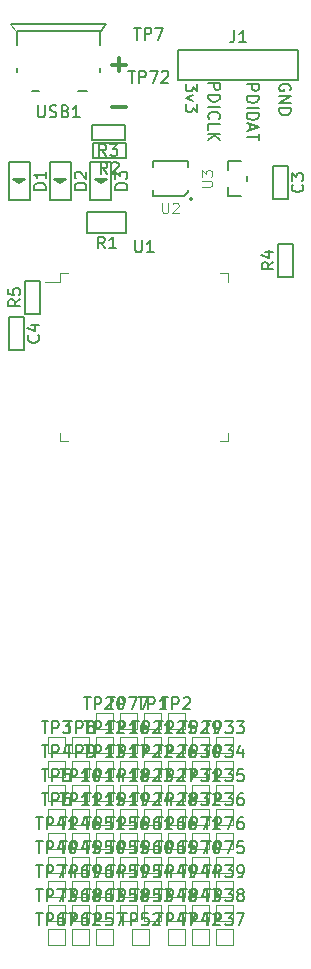
<source format=gto>
G04 #@! TF.GenerationSoftware,KiCad,Pcbnew,5.1.8-db9833491~88~ubuntu16.04.1*
G04 #@! TF.CreationDate,2020-12-23T08:51:26-07:00*
G04 #@! TF.ProjectId,PoNS,506f4e53-2e6b-4696-9361-645f70636258,rev?*
G04 #@! TF.SameCoordinates,Original*
G04 #@! TF.FileFunction,Legend,Top*
G04 #@! TF.FilePolarity,Positive*
%FSLAX46Y46*%
G04 Gerber Fmt 4.6, Leading zero omitted, Abs format (unit mm)*
G04 Created by KiCad (PCBNEW 5.1.8-db9833491~88~ubuntu16.04.1) date 2020-12-23 08:51:26*
%MOMM*%
%LPD*%
G01*
G04 APERTURE LIST*
%ADD10C,0.150000*%
%ADD11C,0.300000*%
%ADD12C,0.127000*%
%ADD13C,0.120000*%
%ADD14C,0.100000*%
%ADD15C,0.066040*%
%ADD16C,0.101600*%
G04 APERTURE END LIST*
D10*
X157637219Y-64543276D02*
X158637219Y-64543276D01*
X158637219Y-64924228D01*
X158589600Y-65019466D01*
X158541980Y-65067085D01*
X158446742Y-65114704D01*
X158303885Y-65114704D01*
X158208647Y-65067085D01*
X158161028Y-65019466D01*
X158113409Y-64924228D01*
X158113409Y-64543276D01*
X157637219Y-65543276D02*
X158637219Y-65543276D01*
X158637219Y-65781371D01*
X158589600Y-65924228D01*
X158494361Y-66019466D01*
X158399123Y-66067085D01*
X158208647Y-66114704D01*
X158065790Y-66114704D01*
X157875314Y-66067085D01*
X157780076Y-66019466D01*
X157684838Y-65924228D01*
X157637219Y-65781371D01*
X157637219Y-65543276D01*
X157637219Y-66543276D02*
X158637219Y-66543276D01*
X157637219Y-67019466D02*
X158637219Y-67019466D01*
X158637219Y-67257561D01*
X158589600Y-67400419D01*
X158494361Y-67495657D01*
X158399123Y-67543276D01*
X158208647Y-67590895D01*
X158065790Y-67590895D01*
X157875314Y-67543276D01*
X157780076Y-67495657D01*
X157684838Y-67400419D01*
X157637219Y-67257561D01*
X157637219Y-67019466D01*
X157922933Y-67971847D02*
X157922933Y-68448038D01*
X157637219Y-67876609D02*
X158637219Y-68209942D01*
X157637219Y-68543276D01*
X158637219Y-68733752D02*
X158637219Y-69305180D01*
X157637219Y-69019466D02*
X158637219Y-69019466D01*
X154386019Y-64448038D02*
X155386019Y-64448038D01*
X155386019Y-64828990D01*
X155338400Y-64924228D01*
X155290780Y-64971847D01*
X155195542Y-65019466D01*
X155052685Y-65019466D01*
X154957447Y-64971847D01*
X154909828Y-64924228D01*
X154862209Y-64828990D01*
X154862209Y-64448038D01*
X154386019Y-65448038D02*
X155386019Y-65448038D01*
X155386019Y-65686133D01*
X155338400Y-65828990D01*
X155243161Y-65924228D01*
X155147923Y-65971847D01*
X154957447Y-66019466D01*
X154814590Y-66019466D01*
X154624114Y-65971847D01*
X154528876Y-65924228D01*
X154433638Y-65828990D01*
X154386019Y-65686133D01*
X154386019Y-65448038D01*
X154386019Y-66448038D02*
X155386019Y-66448038D01*
X154481257Y-67495657D02*
X154433638Y-67448038D01*
X154386019Y-67305180D01*
X154386019Y-67209942D01*
X154433638Y-67067085D01*
X154528876Y-66971847D01*
X154624114Y-66924228D01*
X154814590Y-66876609D01*
X154957447Y-66876609D01*
X155147923Y-66924228D01*
X155243161Y-66971847D01*
X155338400Y-67067085D01*
X155386019Y-67209942D01*
X155386019Y-67305180D01*
X155338400Y-67448038D01*
X155290780Y-67495657D01*
X154386019Y-68400419D02*
X154386019Y-67924228D01*
X155386019Y-67924228D01*
X154386019Y-68733752D02*
X155386019Y-68733752D01*
X154386019Y-69305180D02*
X154957447Y-68876609D01*
X155386019Y-69305180D02*
X154814590Y-68733752D01*
X161332800Y-65074895D02*
X161380419Y-64979657D01*
X161380419Y-64836800D01*
X161332800Y-64693942D01*
X161237561Y-64598704D01*
X161142323Y-64551085D01*
X160951847Y-64503466D01*
X160808990Y-64503466D01*
X160618514Y-64551085D01*
X160523276Y-64598704D01*
X160428038Y-64693942D01*
X160380419Y-64836800D01*
X160380419Y-64932038D01*
X160428038Y-65074895D01*
X160475657Y-65122514D01*
X160808990Y-65122514D01*
X160808990Y-64932038D01*
X160380419Y-65551085D02*
X161380419Y-65551085D01*
X160380419Y-66122514D01*
X161380419Y-66122514D01*
X160380419Y-66598704D02*
X161380419Y-66598704D01*
X161380419Y-66836800D01*
X161332800Y-66979657D01*
X161237561Y-67074895D01*
X161142323Y-67122514D01*
X160951847Y-67170133D01*
X160808990Y-67170133D01*
X160618514Y-67122514D01*
X160523276Y-67074895D01*
X160428038Y-66979657D01*
X160380419Y-66836800D01*
X160380419Y-66598704D01*
X153455619Y-64544723D02*
X153455619Y-65163771D01*
X153074666Y-64830438D01*
X153074666Y-64973295D01*
X153027047Y-65068533D01*
X152979428Y-65116152D01*
X152884190Y-65163771D01*
X152646095Y-65163771D01*
X152550857Y-65116152D01*
X152503238Y-65068533D01*
X152455619Y-64973295D01*
X152455619Y-64687580D01*
X152503238Y-64592342D01*
X152550857Y-64544723D01*
X153122285Y-65497104D02*
X152455619Y-65735200D01*
X153122285Y-65973295D01*
X153455619Y-66259009D02*
X153455619Y-66878057D01*
X153074666Y-66544723D01*
X153074666Y-66687580D01*
X153027047Y-66782819D01*
X152979428Y-66830438D01*
X152884190Y-66878057D01*
X152646095Y-66878057D01*
X152550857Y-66830438D01*
X152503238Y-66782819D01*
X152455619Y-66687580D01*
X152455619Y-66401866D01*
X152503238Y-66306628D01*
X152550857Y-66259009D01*
D11*
X147383428Y-66451942D02*
X146240571Y-66451942D01*
X146240571Y-62895942D02*
X147383428Y-62895942D01*
X146812000Y-63467371D02*
X146812000Y-62324514D01*
D12*
X147447000Y-77190600D02*
X144145000Y-77190600D01*
X147447000Y-75412600D02*
X147447000Y-77190600D01*
X144145000Y-75412600D02*
X147447000Y-75412600D01*
X144145000Y-77190600D02*
X144145000Y-75412600D01*
D13*
X142522900Y-80570800D02*
X141822900Y-80570800D01*
X141822900Y-80570800D02*
X141822900Y-81270800D01*
X155342900Y-80570800D02*
X156042900Y-80570800D01*
X156042900Y-80570800D02*
X156042900Y-81270800D01*
X142522900Y-94790800D02*
X141822900Y-94790800D01*
X141822900Y-94790800D02*
X141822900Y-94090800D01*
X155342900Y-94790800D02*
X156042900Y-94790800D01*
X156042900Y-94790800D02*
X156042900Y-94090800D01*
X141822900Y-81270800D02*
X140532900Y-81270800D01*
X144892800Y-119165600D02*
X144892800Y-117765600D01*
X146292800Y-119165600D02*
X144892800Y-119165600D01*
X146292800Y-117765600D02*
X146292800Y-119165600D01*
X144892800Y-117765600D02*
X146292800Y-117765600D01*
X148956800Y-119165600D02*
X148956800Y-117765600D01*
X150356800Y-119165600D02*
X148956800Y-119165600D01*
X150356800Y-117765600D02*
X150356800Y-119165600D01*
X148956800Y-117765600D02*
X150356800Y-117765600D01*
X146924800Y-119165600D02*
X146924800Y-117765600D01*
X148324800Y-119165600D02*
X146924800Y-119165600D01*
X148324800Y-117765600D02*
X148324800Y-119165600D01*
X146924800Y-117765600D02*
X148324800Y-117765600D01*
X150988800Y-119165600D02*
X150988800Y-117765600D01*
X152388800Y-119165600D02*
X150988800Y-119165600D01*
X152388800Y-117765600D02*
X152388800Y-119165600D01*
X150988800Y-117765600D02*
X152388800Y-117765600D01*
X150988800Y-135421600D02*
X150988800Y-134021600D01*
X152388800Y-135421600D02*
X150988800Y-135421600D01*
X152388800Y-134021600D02*
X152388800Y-135421600D01*
X150988800Y-134021600D02*
X152388800Y-134021600D01*
X155052800Y-135421600D02*
X155052800Y-134021600D01*
X156452800Y-135421600D02*
X155052800Y-135421600D01*
X156452800Y-134021600D02*
X156452800Y-135421600D01*
X155052800Y-134021600D02*
X156452800Y-134021600D01*
X153020800Y-133389600D02*
X153020800Y-131989600D01*
X154420800Y-133389600D02*
X153020800Y-133389600D01*
X154420800Y-131989600D02*
X154420800Y-133389600D01*
X153020800Y-131989600D02*
X154420800Y-131989600D01*
X142860800Y-131357600D02*
X142860800Y-129957600D01*
X144260800Y-131357600D02*
X142860800Y-131357600D01*
X144260800Y-129957600D02*
X144260800Y-131357600D01*
X142860800Y-129957600D02*
X144260800Y-129957600D01*
X146924800Y-135421600D02*
X146924800Y-134021600D01*
X148324800Y-135421600D02*
X146924800Y-135421600D01*
X148324800Y-134021600D02*
X148324800Y-135421600D01*
X146924800Y-134021600D02*
X148324800Y-134021600D01*
X146924800Y-133389600D02*
X146924800Y-131989600D01*
X148324800Y-133389600D02*
X146924800Y-133389600D01*
X148324800Y-131989600D02*
X148324800Y-133389600D01*
X146924800Y-131989600D02*
X148324800Y-131989600D01*
X153020800Y-127293600D02*
X153020800Y-125893600D01*
X154420800Y-127293600D02*
X153020800Y-127293600D01*
X154420800Y-125893600D02*
X154420800Y-127293600D01*
X153020800Y-125893600D02*
X154420800Y-125893600D01*
X140828800Y-125261600D02*
X140828800Y-123861600D01*
X142228800Y-125261600D02*
X140828800Y-125261600D01*
X142228800Y-123861600D02*
X142228800Y-125261600D01*
X140828800Y-123861600D02*
X142228800Y-123861600D01*
X146924800Y-121197600D02*
X146924800Y-119797600D01*
X148324800Y-121197600D02*
X146924800Y-121197600D01*
X148324800Y-119797600D02*
X148324800Y-121197600D01*
X146924800Y-119797600D02*
X148324800Y-119797600D01*
X150988800Y-125261600D02*
X150988800Y-123861600D01*
X152388800Y-125261600D02*
X150988800Y-125261600D01*
X152388800Y-123861600D02*
X152388800Y-125261600D01*
X150988800Y-123861600D02*
X152388800Y-123861600D01*
X148956800Y-127293600D02*
X148956800Y-125893600D01*
X150356800Y-127293600D02*
X148956800Y-127293600D01*
X150356800Y-125893600D02*
X150356800Y-127293600D01*
X148956800Y-125893600D02*
X150356800Y-125893600D01*
X144892800Y-125261600D02*
X144892800Y-123861600D01*
X146292800Y-125261600D02*
X144892800Y-125261600D01*
X146292800Y-123861600D02*
X146292800Y-125261600D01*
X144892800Y-123861600D02*
X146292800Y-123861600D01*
X146924800Y-125261600D02*
X146924800Y-123861600D01*
X148324800Y-125261600D02*
X146924800Y-125261600D01*
X148324800Y-123861600D02*
X148324800Y-125261600D01*
X146924800Y-123861600D02*
X148324800Y-123861600D01*
X148956800Y-133389600D02*
X148956800Y-131989600D01*
X150356800Y-133389600D02*
X148956800Y-133389600D01*
X150356800Y-131989600D02*
X150356800Y-133389600D01*
X148956800Y-131989600D02*
X150356800Y-131989600D01*
X142860800Y-127293600D02*
X142860800Y-125893600D01*
X144260800Y-127293600D02*
X142860800Y-127293600D01*
X144260800Y-125893600D02*
X144260800Y-127293600D01*
X142860800Y-125893600D02*
X144260800Y-125893600D01*
X153020800Y-137453600D02*
X153020800Y-136053600D01*
X154420800Y-137453600D02*
X153020800Y-137453600D01*
X154420800Y-136053600D02*
X154420800Y-137453600D01*
X153020800Y-136053600D02*
X154420800Y-136053600D01*
X155052800Y-121197600D02*
X155052800Y-119797600D01*
X156452800Y-121197600D02*
X155052800Y-121197600D01*
X156452800Y-119797600D02*
X156452800Y-121197600D01*
X155052800Y-119797600D02*
X156452800Y-119797600D01*
X146924800Y-123229600D02*
X146924800Y-121829600D01*
X148324800Y-123229600D02*
X146924800Y-123229600D01*
X148324800Y-121829600D02*
X148324800Y-123229600D01*
X146924800Y-121829600D02*
X148324800Y-121829600D01*
X148956800Y-123229600D02*
X148956800Y-121829600D01*
X150356800Y-123229600D02*
X148956800Y-123229600D01*
X150356800Y-121829600D02*
X150356800Y-123229600D01*
X148956800Y-121829600D02*
X150356800Y-121829600D01*
X146924800Y-129325600D02*
X146924800Y-127925600D01*
X148324800Y-129325600D02*
X146924800Y-129325600D01*
X148324800Y-127925600D02*
X148324800Y-129325600D01*
X146924800Y-127925600D02*
X148324800Y-127925600D01*
X144892800Y-137453600D02*
X144892800Y-136053600D01*
X146292800Y-137453600D02*
X144892800Y-137453600D01*
X146292800Y-136053600D02*
X146292800Y-137453600D01*
X144892800Y-136053600D02*
X146292800Y-136053600D01*
X155052800Y-133389600D02*
X155052800Y-131989600D01*
X156452800Y-133389600D02*
X155052800Y-133389600D01*
X156452800Y-131989600D02*
X156452800Y-133389600D01*
X155052800Y-131989600D02*
X156452800Y-131989600D01*
X148956800Y-131357600D02*
X148956800Y-129957600D01*
X150356800Y-131357600D02*
X148956800Y-131357600D01*
X150356800Y-129957600D02*
X150356800Y-131357600D01*
X148956800Y-129957600D02*
X150356800Y-129957600D01*
X148956800Y-129325600D02*
X148956800Y-127925600D01*
X150356800Y-129325600D02*
X148956800Y-129325600D01*
X150356800Y-127925600D02*
X150356800Y-129325600D01*
X148956800Y-127925600D02*
X150356800Y-127925600D01*
X140828800Y-133389600D02*
X140828800Y-131989600D01*
X142228800Y-133389600D02*
X140828800Y-133389600D01*
X142228800Y-131989600D02*
X142228800Y-133389600D01*
X140828800Y-131989600D02*
X142228800Y-131989600D01*
X155052800Y-129325600D02*
X155052800Y-127925600D01*
X156452800Y-129325600D02*
X155052800Y-129325600D01*
X156452800Y-127925600D02*
X156452800Y-129325600D01*
X155052800Y-127925600D02*
X156452800Y-127925600D01*
X142860800Y-129325600D02*
X142860800Y-127925600D01*
X144260800Y-129325600D02*
X142860800Y-129325600D01*
X144260800Y-127925600D02*
X144260800Y-129325600D01*
X142860800Y-127925600D02*
X144260800Y-127925600D01*
X153020800Y-123229600D02*
X153020800Y-121829600D01*
X154420800Y-123229600D02*
X153020800Y-123229600D01*
X154420800Y-121829600D02*
X154420800Y-123229600D01*
X153020800Y-121829600D02*
X154420800Y-121829600D01*
X144892800Y-123229600D02*
X144892800Y-121829600D01*
X146292800Y-123229600D02*
X144892800Y-123229600D01*
X146292800Y-121829600D02*
X146292800Y-123229600D01*
X144892800Y-121829600D02*
X146292800Y-121829600D01*
X150988800Y-137453600D02*
X150988800Y-136053600D01*
X152388800Y-137453600D02*
X150988800Y-137453600D01*
X152388800Y-136053600D02*
X152388800Y-137453600D01*
X150988800Y-136053600D02*
X152388800Y-136053600D01*
X142860800Y-137453600D02*
X142860800Y-136053600D01*
X144260800Y-137453600D02*
X142860800Y-137453600D01*
X144260800Y-136053600D02*
X144260800Y-137453600D01*
X142860800Y-136053600D02*
X144260800Y-136053600D01*
X144892800Y-135421600D02*
X144892800Y-134021600D01*
X146292800Y-135421600D02*
X144892800Y-135421600D01*
X146292800Y-134021600D02*
X146292800Y-135421600D01*
X144892800Y-134021600D02*
X146292800Y-134021600D01*
X150988800Y-129325600D02*
X150988800Y-127925600D01*
X152388800Y-129325600D02*
X150988800Y-129325600D01*
X152388800Y-127925600D02*
X152388800Y-129325600D01*
X150988800Y-127925600D02*
X152388800Y-127925600D01*
X140828800Y-137453600D02*
X140828800Y-136053600D01*
X142228800Y-137453600D02*
X140828800Y-137453600D01*
X142228800Y-136053600D02*
X142228800Y-137453600D01*
X140828800Y-136053600D02*
X142228800Y-136053600D01*
X142860800Y-135421600D02*
X142860800Y-134021600D01*
X144260800Y-135421600D02*
X142860800Y-135421600D01*
X144260800Y-134021600D02*
X144260800Y-135421600D01*
X142860800Y-134021600D02*
X144260800Y-134021600D01*
X140828800Y-131357600D02*
X140828800Y-129957600D01*
X142228800Y-131357600D02*
X140828800Y-131357600D01*
X142228800Y-129957600D02*
X142228800Y-131357600D01*
X140828800Y-129957600D02*
X142228800Y-129957600D01*
X140828800Y-123229600D02*
X140828800Y-121829600D01*
X142228800Y-123229600D02*
X140828800Y-123229600D01*
X142228800Y-121829600D02*
X142228800Y-123229600D01*
X140828800Y-121829600D02*
X142228800Y-121829600D01*
X148956800Y-125261600D02*
X148956800Y-123861600D01*
X150356800Y-125261600D02*
X148956800Y-125261600D01*
X150356800Y-123861600D02*
X150356800Y-125261600D01*
X148956800Y-123861600D02*
X150356800Y-123861600D01*
X140828800Y-127293600D02*
X140828800Y-125893600D01*
X142228800Y-127293600D02*
X140828800Y-127293600D01*
X142228800Y-125893600D02*
X142228800Y-127293600D01*
X140828800Y-125893600D02*
X142228800Y-125893600D01*
X153020800Y-129325600D02*
X153020800Y-127925600D01*
X154420800Y-129325600D02*
X153020800Y-129325600D01*
X154420800Y-127925600D02*
X154420800Y-129325600D01*
X153020800Y-127925600D02*
X154420800Y-127925600D01*
X140828800Y-135421600D02*
X140828800Y-134021600D01*
X142228800Y-135421600D02*
X140828800Y-135421600D01*
X142228800Y-134021600D02*
X142228800Y-135421600D01*
X140828800Y-134021600D02*
X142228800Y-134021600D01*
X146924800Y-131357600D02*
X146924800Y-129957600D01*
X148324800Y-131357600D02*
X146924800Y-131357600D01*
X148324800Y-129957600D02*
X148324800Y-131357600D01*
X146924800Y-129957600D02*
X148324800Y-129957600D01*
X153020800Y-135421600D02*
X153020800Y-134021600D01*
X154420800Y-135421600D02*
X153020800Y-135421600D01*
X154420800Y-134021600D02*
X154420800Y-135421600D01*
X153020800Y-134021600D02*
X154420800Y-134021600D01*
X144892800Y-129325600D02*
X144892800Y-127925600D01*
X146292800Y-129325600D02*
X144892800Y-129325600D01*
X146292800Y-127925600D02*
X146292800Y-129325600D01*
X144892800Y-127925600D02*
X146292800Y-127925600D01*
X147940800Y-137453600D02*
X147940800Y-136053600D01*
X149340800Y-137453600D02*
X147940800Y-137453600D01*
X149340800Y-136053600D02*
X149340800Y-137453600D01*
X147940800Y-136053600D02*
X149340800Y-136053600D01*
X155052800Y-125261600D02*
X155052800Y-123861600D01*
X156452800Y-125261600D02*
X155052800Y-125261600D01*
X156452800Y-123861600D02*
X156452800Y-125261600D01*
X155052800Y-123861600D02*
X156452800Y-123861600D01*
X155052800Y-123229600D02*
X155052800Y-121829600D01*
X156452800Y-123229600D02*
X155052800Y-123229600D01*
X156452800Y-121829600D02*
X156452800Y-123229600D01*
X155052800Y-121829600D02*
X156452800Y-121829600D01*
X142860800Y-123229600D02*
X142860800Y-121829600D01*
X144260800Y-123229600D02*
X142860800Y-123229600D01*
X144260800Y-121829600D02*
X144260800Y-123229600D01*
X142860800Y-121829600D02*
X144260800Y-121829600D01*
X155052800Y-137453600D02*
X155052800Y-136053600D01*
X156452800Y-137453600D02*
X155052800Y-137453600D01*
X156452800Y-136053600D02*
X156452800Y-137453600D01*
X155052800Y-136053600D02*
X156452800Y-136053600D01*
X150988800Y-123229600D02*
X150988800Y-121829600D01*
X152388800Y-123229600D02*
X150988800Y-123229600D01*
X152388800Y-121829600D02*
X152388800Y-123229600D01*
X150988800Y-121829600D02*
X152388800Y-121829600D01*
X150988800Y-121197600D02*
X150988800Y-119797600D01*
X152388800Y-121197600D02*
X150988800Y-121197600D01*
X152388800Y-119797600D02*
X152388800Y-121197600D01*
X150988800Y-119797600D02*
X152388800Y-119797600D01*
X150988800Y-127293600D02*
X150988800Y-125893600D01*
X152388800Y-127293600D02*
X150988800Y-127293600D01*
X152388800Y-125893600D02*
X152388800Y-127293600D01*
X150988800Y-125893600D02*
X152388800Y-125893600D01*
X144892800Y-133389600D02*
X144892800Y-131989600D01*
X146292800Y-133389600D02*
X144892800Y-133389600D01*
X146292800Y-131989600D02*
X146292800Y-133389600D01*
X144892800Y-131989600D02*
X146292800Y-131989600D01*
X150988800Y-131357600D02*
X150988800Y-129957600D01*
X152388800Y-131357600D02*
X150988800Y-131357600D01*
X152388800Y-129957600D02*
X152388800Y-131357600D01*
X150988800Y-129957600D02*
X152388800Y-129957600D01*
X155052800Y-127293600D02*
X155052800Y-125893600D01*
X156452800Y-127293600D02*
X155052800Y-127293600D01*
X156452800Y-125893600D02*
X156452800Y-127293600D01*
X155052800Y-125893600D02*
X156452800Y-125893600D01*
X140828800Y-121197600D02*
X140828800Y-119797600D01*
X142228800Y-121197600D02*
X140828800Y-121197600D01*
X142228800Y-119797600D02*
X142228800Y-121197600D01*
X140828800Y-119797600D02*
X142228800Y-119797600D01*
X148956800Y-121197600D02*
X148956800Y-119797600D01*
X150356800Y-121197600D02*
X148956800Y-121197600D01*
X150356800Y-119797600D02*
X150356800Y-121197600D01*
X148956800Y-119797600D02*
X150356800Y-119797600D01*
X144892800Y-121197600D02*
X144892800Y-119797600D01*
X146292800Y-121197600D02*
X144892800Y-121197600D01*
X146292800Y-119797600D02*
X146292800Y-121197600D01*
X144892800Y-119797600D02*
X146292800Y-119797600D01*
X142860800Y-125261600D02*
X142860800Y-123861600D01*
X144260800Y-125261600D02*
X142860800Y-125261600D01*
X144260800Y-123861600D02*
X144260800Y-125261600D01*
X142860800Y-123861600D02*
X144260800Y-123861600D01*
X142860800Y-133389600D02*
X142860800Y-131989600D01*
X144260800Y-133389600D02*
X142860800Y-133389600D01*
X144260800Y-131989600D02*
X144260800Y-133389600D01*
X142860800Y-131989600D02*
X144260800Y-131989600D01*
X153020800Y-131357600D02*
X153020800Y-129957600D01*
X154420800Y-131357600D02*
X153020800Y-131357600D01*
X154420800Y-129957600D02*
X154420800Y-131357600D01*
X153020800Y-129957600D02*
X154420800Y-129957600D01*
X142860800Y-121197600D02*
X142860800Y-119797600D01*
X144260800Y-121197600D02*
X142860800Y-121197600D01*
X144260800Y-119797600D02*
X144260800Y-121197600D01*
X142860800Y-119797600D02*
X144260800Y-119797600D01*
X140828800Y-129325600D02*
X140828800Y-127925600D01*
X142228800Y-129325600D02*
X140828800Y-129325600D01*
X142228800Y-127925600D02*
X142228800Y-129325600D01*
X140828800Y-127925600D02*
X142228800Y-127925600D01*
X153020800Y-125261600D02*
X153020800Y-123861600D01*
X154420800Y-125261600D02*
X153020800Y-125261600D01*
X154420800Y-123861600D02*
X154420800Y-125261600D01*
X153020800Y-123861600D02*
X154420800Y-123861600D01*
X144892800Y-127293600D02*
X144892800Y-125893600D01*
X146292800Y-127293600D02*
X144892800Y-127293600D01*
X146292800Y-125893600D02*
X146292800Y-127293600D01*
X144892800Y-125893600D02*
X146292800Y-125893600D01*
X150988800Y-133389600D02*
X150988800Y-131989600D01*
X152388800Y-133389600D02*
X150988800Y-133389600D01*
X152388800Y-131989600D02*
X152388800Y-133389600D01*
X150988800Y-131989600D02*
X152388800Y-131989600D01*
X144892800Y-131357600D02*
X144892800Y-129957600D01*
X146292800Y-131357600D02*
X144892800Y-131357600D01*
X146292800Y-129957600D02*
X146292800Y-131357600D01*
X144892800Y-129957600D02*
X146292800Y-129957600D01*
X155052800Y-131357600D02*
X155052800Y-129957600D01*
X156452800Y-131357600D02*
X155052800Y-131357600D01*
X156452800Y-129957600D02*
X156452800Y-131357600D01*
X155052800Y-129957600D02*
X156452800Y-129957600D01*
X148956800Y-135421600D02*
X148956800Y-134021600D01*
X150356800Y-135421600D02*
X148956800Y-135421600D01*
X150356800Y-134021600D02*
X150356800Y-135421600D01*
X148956800Y-134021600D02*
X150356800Y-134021600D01*
X153020800Y-121197600D02*
X153020800Y-119797600D01*
X154420800Y-121197600D02*
X153020800Y-121197600D01*
X154420800Y-119797600D02*
X154420800Y-121197600D01*
X153020800Y-119797600D02*
X154420800Y-119797600D01*
X146924800Y-127293600D02*
X146924800Y-125893600D01*
X148324800Y-127293600D02*
X146924800Y-127293600D01*
X148324800Y-125893600D02*
X148324800Y-127293600D01*
X146924800Y-125893600D02*
X148324800Y-125893600D01*
D12*
X138861800Y-83997800D02*
X138861800Y-81203800D01*
X138861800Y-81203800D02*
X140131800Y-81203800D01*
X140131800Y-81203800D02*
X140131800Y-83997800D01*
X140131800Y-83997800D02*
X138861800Y-83997800D01*
X160299400Y-80848200D02*
X160299400Y-78054200D01*
X160299400Y-78054200D02*
X161569400Y-78054200D01*
X161569400Y-78054200D02*
X161569400Y-80848200D01*
X161569400Y-80848200D02*
X160299400Y-80848200D01*
X138811000Y-84251800D02*
X138811000Y-87045800D01*
X138811000Y-87045800D02*
X137541000Y-87045800D01*
X137541000Y-87045800D02*
X137541000Y-84251800D01*
X137541000Y-84251800D02*
X138811000Y-84251800D01*
X161163000Y-71501000D02*
X161163000Y-74295000D01*
X161163000Y-74295000D02*
X159893000Y-74295000D01*
X159893000Y-74295000D02*
X159893000Y-71501000D01*
X159893000Y-71501000D02*
X161163000Y-71501000D01*
X151841200Y-61620400D02*
X162001200Y-61620400D01*
X151841200Y-64160400D02*
X151841200Y-61620400D01*
X162001200Y-64160400D02*
X151841200Y-64160400D01*
X162001200Y-61620400D02*
X162001200Y-64160400D01*
X145268900Y-60016500D02*
X145743900Y-59441500D01*
X145243900Y-60016500D02*
X138143900Y-60016500D01*
X145743900Y-59441500D02*
X137643900Y-59441500D01*
X143343900Y-65116500D02*
X144143900Y-65116500D01*
X140043900Y-65116500D02*
X139418900Y-65116500D01*
X138143900Y-63549200D02*
X138143900Y-63147880D01*
X138143900Y-61241500D02*
X138143900Y-60042620D01*
X145243900Y-60042620D02*
X145243900Y-61216500D01*
X145243900Y-63141500D02*
X145243900Y-63541220D01*
D14*
X138123900Y-60051500D02*
X137618900Y-59441500D01*
D12*
X153069461Y-74272400D02*
G75*
G03*
X153069461Y-74272400I-148661J0D01*
G01*
D15*
X152679400Y-71043800D02*
X149682200Y-71043800D01*
D12*
X149682200Y-71043800D02*
X152679400Y-71043800D01*
X152679400Y-73715880D02*
X152354280Y-74041000D01*
X152354280Y-74041000D02*
X149682200Y-74041000D01*
X152679400Y-71043800D02*
X152679400Y-71544180D01*
X149682200Y-71043800D02*
X149682200Y-71544180D01*
X149682200Y-74041000D02*
X149682200Y-73540620D01*
X152679400Y-73540620D02*
X152679400Y-73690480D01*
X157667960Y-72732900D02*
X157667960Y-72351900D01*
X157124400Y-71081900D02*
X156072840Y-71081900D01*
X156072840Y-71081900D02*
X156072840Y-71843900D01*
X156072840Y-73240900D02*
X156072840Y-74002900D01*
X156072840Y-74002900D02*
X157124400Y-74002900D01*
X145034000Y-72745600D02*
X145034000Y-72555100D01*
X145288000Y-72555100D02*
X145034000Y-72745600D01*
X145161000Y-72809100D02*
X145288000Y-72555100D01*
X145542000Y-72555100D02*
X145161000Y-72809100D01*
X145224500Y-72872600D02*
X145542000Y-72555100D01*
X145796000Y-72555100D02*
X145224500Y-72872600D01*
X145288000Y-72936100D02*
X145796000Y-72555100D01*
X145034000Y-72745600D02*
X145288000Y-72936100D01*
X144780000Y-72555100D02*
X145034000Y-72745600D01*
X145034000Y-72555100D02*
X144780000Y-72555100D01*
X145288000Y-72555100D02*
X145034000Y-72555100D01*
X145542000Y-72555100D02*
X145288000Y-72555100D01*
X145796000Y-72555100D02*
X145542000Y-72555100D01*
X146177000Y-71158100D02*
X146177000Y-74333100D01*
X144399000Y-71158100D02*
X146177000Y-71158100D01*
X144399000Y-74333100D02*
X144399000Y-71158100D01*
X146177000Y-74333100D02*
X144399000Y-74333100D01*
D15*
X144399000Y-71158100D02*
X146177000Y-71158100D01*
X146177000Y-71158100D02*
X146177000Y-74333100D01*
X144399000Y-74333100D02*
X146177000Y-74333100D01*
X144399000Y-71158100D02*
X144399000Y-74333100D01*
D12*
X141579600Y-72745600D02*
X141579600Y-72555100D01*
X141833600Y-72555100D02*
X141579600Y-72745600D01*
X141706600Y-72809100D02*
X141833600Y-72555100D01*
X142087600Y-72555100D02*
X141706600Y-72809100D01*
X141770100Y-72872600D02*
X142087600Y-72555100D01*
X142341600Y-72555100D02*
X141770100Y-72872600D01*
X141833600Y-72936100D02*
X142341600Y-72555100D01*
X141579600Y-72745600D02*
X141833600Y-72936100D01*
X141325600Y-72555100D02*
X141579600Y-72745600D01*
X141579600Y-72555100D02*
X141325600Y-72555100D01*
X141833600Y-72555100D02*
X141579600Y-72555100D01*
X142087600Y-72555100D02*
X141833600Y-72555100D01*
X142341600Y-72555100D02*
X142087600Y-72555100D01*
X142722600Y-71158100D02*
X142722600Y-74333100D01*
X140944600Y-71158100D02*
X142722600Y-71158100D01*
X140944600Y-74333100D02*
X140944600Y-71158100D01*
X142722600Y-74333100D02*
X140944600Y-74333100D01*
D15*
X140944600Y-71158100D02*
X142722600Y-71158100D01*
X142722600Y-71158100D02*
X142722600Y-74333100D01*
X140944600Y-74333100D02*
X142722600Y-74333100D01*
X140944600Y-71158100D02*
X140944600Y-74333100D01*
D12*
X138125200Y-72745600D02*
X138125200Y-72555100D01*
X138379200Y-72555100D02*
X138125200Y-72745600D01*
X138252200Y-72809100D02*
X138379200Y-72555100D01*
X138633200Y-72555100D02*
X138252200Y-72809100D01*
X138315700Y-72872600D02*
X138633200Y-72555100D01*
X138887200Y-72555100D02*
X138315700Y-72872600D01*
X138379200Y-72936100D02*
X138887200Y-72555100D01*
X138125200Y-72745600D02*
X138379200Y-72936100D01*
X137871200Y-72555100D02*
X138125200Y-72745600D01*
X138125200Y-72555100D02*
X137871200Y-72555100D01*
X138379200Y-72555100D02*
X138125200Y-72555100D01*
X138633200Y-72555100D02*
X138379200Y-72555100D01*
X138887200Y-72555100D02*
X138633200Y-72555100D01*
X139268200Y-71158100D02*
X139268200Y-74333100D01*
X137490200Y-71158100D02*
X139268200Y-71158100D01*
X137490200Y-74333100D02*
X137490200Y-71158100D01*
X139268200Y-74333100D02*
X137490200Y-74333100D01*
D15*
X137490200Y-71158100D02*
X139268200Y-71158100D01*
X139268200Y-71158100D02*
X139268200Y-74333100D01*
X137490200Y-74333100D02*
X139268200Y-74333100D01*
X137490200Y-71158100D02*
X137490200Y-74333100D01*
D12*
X147294600Y-69316600D02*
X144500600Y-69316600D01*
X144500600Y-69316600D02*
X144500600Y-68046600D01*
X144500600Y-68046600D02*
X147294600Y-68046600D01*
X147294600Y-68046600D02*
X147294600Y-69316600D01*
X147396200Y-70840600D02*
X144602200Y-70840600D01*
X144602200Y-70840600D02*
X144602200Y-69570600D01*
X144602200Y-69570600D02*
X147396200Y-69570600D01*
X147396200Y-69570600D02*
X147396200Y-70840600D01*
D10*
X147613904Y-63428780D02*
X148185333Y-63428780D01*
X147899619Y-64428780D02*
X147899619Y-63428780D01*
X148518666Y-64428780D02*
X148518666Y-63428780D01*
X148899619Y-63428780D01*
X148994857Y-63476400D01*
X149042476Y-63524019D01*
X149090095Y-63619257D01*
X149090095Y-63762114D01*
X149042476Y-63857352D01*
X148994857Y-63904971D01*
X148899619Y-63952590D01*
X148518666Y-63952590D01*
X149423428Y-63428780D02*
X150090095Y-63428780D01*
X149661523Y-64428780D01*
X150423428Y-63524019D02*
X150471047Y-63476400D01*
X150566285Y-63428780D01*
X150804380Y-63428780D01*
X150899619Y-63476400D01*
X150947238Y-63524019D01*
X150994857Y-63619257D01*
X150994857Y-63714495D01*
X150947238Y-63857352D01*
X150375809Y-64428780D01*
X150994857Y-64428780D01*
X148090095Y-59771180D02*
X148661523Y-59771180D01*
X148375809Y-60771180D02*
X148375809Y-59771180D01*
X148994857Y-60771180D02*
X148994857Y-59771180D01*
X149375809Y-59771180D01*
X149471047Y-59818800D01*
X149518666Y-59866419D01*
X149566285Y-59961657D01*
X149566285Y-60104514D01*
X149518666Y-60199752D01*
X149471047Y-60247371D01*
X149375809Y-60294990D01*
X148994857Y-60294990D01*
X149899619Y-59771180D02*
X150566285Y-59771180D01*
X150137714Y-60771180D01*
X145629333Y-78453980D02*
X145296000Y-77977790D01*
X145057904Y-78453980D02*
X145057904Y-77453980D01*
X145438857Y-77453980D01*
X145534095Y-77501600D01*
X145581714Y-77549219D01*
X145629333Y-77644457D01*
X145629333Y-77787314D01*
X145581714Y-77882552D01*
X145534095Y-77930171D01*
X145438857Y-77977790D01*
X145057904Y-77977790D01*
X146581714Y-78453980D02*
X146010285Y-78453980D01*
X146296000Y-78453980D02*
X146296000Y-77453980D01*
X146200761Y-77596838D01*
X146105523Y-77692076D01*
X146010285Y-77739695D01*
X148170995Y-77783180D02*
X148170995Y-78592704D01*
X148218614Y-78687942D01*
X148266233Y-78735561D01*
X148361471Y-78783180D01*
X148551947Y-78783180D01*
X148647185Y-78735561D01*
X148694804Y-78687942D01*
X148742423Y-78592704D01*
X148742423Y-77783180D01*
X149742423Y-78783180D02*
X149170995Y-78783180D01*
X149456709Y-78783180D02*
X149456709Y-77783180D01*
X149361471Y-77926038D01*
X149266233Y-78021276D01*
X149170995Y-78068895D01*
X143854704Y-116469980D02*
X144426133Y-116469980D01*
X144140419Y-117469980D02*
X144140419Y-116469980D01*
X144759466Y-117469980D02*
X144759466Y-116469980D01*
X145140419Y-116469980D01*
X145235657Y-116517600D01*
X145283276Y-116565219D01*
X145330895Y-116660457D01*
X145330895Y-116803314D01*
X145283276Y-116898552D01*
X145235657Y-116946171D01*
X145140419Y-116993790D01*
X144759466Y-116993790D01*
X145711847Y-116565219D02*
X145759466Y-116517600D01*
X145854704Y-116469980D01*
X146092800Y-116469980D01*
X146188038Y-116517600D01*
X146235657Y-116565219D01*
X146283276Y-116660457D01*
X146283276Y-116755695D01*
X146235657Y-116898552D01*
X145664228Y-117469980D01*
X146283276Y-117469980D01*
X146902323Y-116469980D02*
X146997561Y-116469980D01*
X147092800Y-116517600D01*
X147140419Y-116565219D01*
X147188038Y-116660457D01*
X147235657Y-116850933D01*
X147235657Y-117089028D01*
X147188038Y-117279504D01*
X147140419Y-117374742D01*
X147092800Y-117422361D01*
X146997561Y-117469980D01*
X146902323Y-117469980D01*
X146807085Y-117422361D01*
X146759466Y-117374742D01*
X146711847Y-117279504D01*
X146664228Y-117089028D01*
X146664228Y-116850933D01*
X146711847Y-116660457D01*
X146759466Y-116565219D01*
X146807085Y-116517600D01*
X146902323Y-116469980D01*
X148394895Y-116469980D02*
X148966323Y-116469980D01*
X148680609Y-117469980D02*
X148680609Y-116469980D01*
X149299657Y-117469980D02*
X149299657Y-116469980D01*
X149680609Y-116469980D01*
X149775847Y-116517600D01*
X149823466Y-116565219D01*
X149871085Y-116660457D01*
X149871085Y-116803314D01*
X149823466Y-116898552D01*
X149775847Y-116946171D01*
X149680609Y-116993790D01*
X149299657Y-116993790D01*
X150823466Y-117469980D02*
X150252038Y-117469980D01*
X150537752Y-117469980D02*
X150537752Y-116469980D01*
X150442514Y-116612838D01*
X150347276Y-116708076D01*
X150252038Y-116755695D01*
X145886704Y-116469980D02*
X146458133Y-116469980D01*
X146172419Y-117469980D02*
X146172419Y-116469980D01*
X146791466Y-117469980D02*
X146791466Y-116469980D01*
X147172419Y-116469980D01*
X147267657Y-116517600D01*
X147315276Y-116565219D01*
X147362895Y-116660457D01*
X147362895Y-116803314D01*
X147315276Y-116898552D01*
X147267657Y-116946171D01*
X147172419Y-116993790D01*
X146791466Y-116993790D01*
X147696228Y-116469980D02*
X148362895Y-116469980D01*
X147934323Y-117469980D01*
X148648609Y-116469980D02*
X149315276Y-116469980D01*
X148886704Y-117469980D01*
X150426895Y-116469980D02*
X150998323Y-116469980D01*
X150712609Y-117469980D02*
X150712609Y-116469980D01*
X151331657Y-117469980D02*
X151331657Y-116469980D01*
X151712609Y-116469980D01*
X151807847Y-116517600D01*
X151855466Y-116565219D01*
X151903085Y-116660457D01*
X151903085Y-116803314D01*
X151855466Y-116898552D01*
X151807847Y-116946171D01*
X151712609Y-116993790D01*
X151331657Y-116993790D01*
X152284038Y-116565219D02*
X152331657Y-116517600D01*
X152426895Y-116469980D01*
X152664990Y-116469980D01*
X152760228Y-116517600D01*
X152807847Y-116565219D01*
X152855466Y-116660457D01*
X152855466Y-116755695D01*
X152807847Y-116898552D01*
X152236419Y-117469980D01*
X152855466Y-117469980D01*
X149950704Y-132725980D02*
X150522133Y-132725980D01*
X150236419Y-133725980D02*
X150236419Y-132725980D01*
X150855466Y-133725980D02*
X150855466Y-132725980D01*
X151236419Y-132725980D01*
X151331657Y-132773600D01*
X151379276Y-132821219D01*
X151426895Y-132916457D01*
X151426895Y-133059314D01*
X151379276Y-133154552D01*
X151331657Y-133202171D01*
X151236419Y-133249790D01*
X150855466Y-133249790D01*
X152284038Y-133059314D02*
X152284038Y-133725980D01*
X152045942Y-132678361D02*
X151807847Y-133392647D01*
X152426895Y-133392647D01*
X152950704Y-133154552D02*
X152855466Y-133106933D01*
X152807847Y-133059314D01*
X152760228Y-132964076D01*
X152760228Y-132916457D01*
X152807847Y-132821219D01*
X152855466Y-132773600D01*
X152950704Y-132725980D01*
X153141180Y-132725980D01*
X153236419Y-132773600D01*
X153284038Y-132821219D01*
X153331657Y-132916457D01*
X153331657Y-132964076D01*
X153284038Y-133059314D01*
X153236419Y-133106933D01*
X153141180Y-133154552D01*
X152950704Y-133154552D01*
X152855466Y-133202171D01*
X152807847Y-133249790D01*
X152760228Y-133345028D01*
X152760228Y-133535504D01*
X152807847Y-133630742D01*
X152855466Y-133678361D01*
X152950704Y-133725980D01*
X153141180Y-133725980D01*
X153236419Y-133678361D01*
X153284038Y-133630742D01*
X153331657Y-133535504D01*
X153331657Y-133345028D01*
X153284038Y-133249790D01*
X153236419Y-133202171D01*
X153141180Y-133154552D01*
X154014704Y-132725980D02*
X154586133Y-132725980D01*
X154300419Y-133725980D02*
X154300419Y-132725980D01*
X154919466Y-133725980D02*
X154919466Y-132725980D01*
X155300419Y-132725980D01*
X155395657Y-132773600D01*
X155443276Y-132821219D01*
X155490895Y-132916457D01*
X155490895Y-133059314D01*
X155443276Y-133154552D01*
X155395657Y-133202171D01*
X155300419Y-133249790D01*
X154919466Y-133249790D01*
X155824228Y-132725980D02*
X156443276Y-132725980D01*
X156109942Y-133106933D01*
X156252800Y-133106933D01*
X156348038Y-133154552D01*
X156395657Y-133202171D01*
X156443276Y-133297409D01*
X156443276Y-133535504D01*
X156395657Y-133630742D01*
X156348038Y-133678361D01*
X156252800Y-133725980D01*
X155967085Y-133725980D01*
X155871847Y-133678361D01*
X155824228Y-133630742D01*
X157014704Y-133154552D02*
X156919466Y-133106933D01*
X156871847Y-133059314D01*
X156824228Y-132964076D01*
X156824228Y-132916457D01*
X156871847Y-132821219D01*
X156919466Y-132773600D01*
X157014704Y-132725980D01*
X157205180Y-132725980D01*
X157300419Y-132773600D01*
X157348038Y-132821219D01*
X157395657Y-132916457D01*
X157395657Y-132964076D01*
X157348038Y-133059314D01*
X157300419Y-133106933D01*
X157205180Y-133154552D01*
X157014704Y-133154552D01*
X156919466Y-133202171D01*
X156871847Y-133249790D01*
X156824228Y-133345028D01*
X156824228Y-133535504D01*
X156871847Y-133630742D01*
X156919466Y-133678361D01*
X157014704Y-133725980D01*
X157205180Y-133725980D01*
X157300419Y-133678361D01*
X157348038Y-133630742D01*
X157395657Y-133535504D01*
X157395657Y-133345028D01*
X157348038Y-133249790D01*
X157300419Y-133202171D01*
X157205180Y-133154552D01*
X151982704Y-130693980D02*
X152554133Y-130693980D01*
X152268419Y-131693980D02*
X152268419Y-130693980D01*
X152887466Y-131693980D02*
X152887466Y-130693980D01*
X153268419Y-130693980D01*
X153363657Y-130741600D01*
X153411276Y-130789219D01*
X153458895Y-130884457D01*
X153458895Y-131027314D01*
X153411276Y-131122552D01*
X153363657Y-131170171D01*
X153268419Y-131217790D01*
X152887466Y-131217790D01*
X154316038Y-131027314D02*
X154316038Y-131693980D01*
X154077942Y-130646361D02*
X153839847Y-131360647D01*
X154458895Y-131360647D01*
X155268419Y-131027314D02*
X155268419Y-131693980D01*
X155030323Y-130646361D02*
X154792228Y-131360647D01*
X155411276Y-131360647D01*
X141822704Y-128661980D02*
X142394133Y-128661980D01*
X142108419Y-129661980D02*
X142108419Y-128661980D01*
X142727466Y-129661980D02*
X142727466Y-128661980D01*
X143108419Y-128661980D01*
X143203657Y-128709600D01*
X143251276Y-128757219D01*
X143298895Y-128852457D01*
X143298895Y-128995314D01*
X143251276Y-129090552D01*
X143203657Y-129138171D01*
X143108419Y-129185790D01*
X142727466Y-129185790D01*
X144156038Y-128995314D02*
X144156038Y-129661980D01*
X143917942Y-128614361D02*
X143679847Y-129328647D01*
X144298895Y-129328647D01*
X145156038Y-128661980D02*
X144679847Y-128661980D01*
X144632228Y-129138171D01*
X144679847Y-129090552D01*
X144775085Y-129042933D01*
X145013180Y-129042933D01*
X145108419Y-129090552D01*
X145156038Y-129138171D01*
X145203657Y-129233409D01*
X145203657Y-129471504D01*
X145156038Y-129566742D01*
X145108419Y-129614361D01*
X145013180Y-129661980D01*
X144775085Y-129661980D01*
X144679847Y-129614361D01*
X144632228Y-129566742D01*
X145886704Y-132725980D02*
X146458133Y-132725980D01*
X146172419Y-133725980D02*
X146172419Y-132725980D01*
X146791466Y-133725980D02*
X146791466Y-132725980D01*
X147172419Y-132725980D01*
X147267657Y-132773600D01*
X147315276Y-132821219D01*
X147362895Y-132916457D01*
X147362895Y-133059314D01*
X147315276Y-133154552D01*
X147267657Y-133202171D01*
X147172419Y-133249790D01*
X146791466Y-133249790D01*
X148267657Y-132725980D02*
X147791466Y-132725980D01*
X147743847Y-133202171D01*
X147791466Y-133154552D01*
X147886704Y-133106933D01*
X148124800Y-133106933D01*
X148220038Y-133154552D01*
X148267657Y-133202171D01*
X148315276Y-133297409D01*
X148315276Y-133535504D01*
X148267657Y-133630742D01*
X148220038Y-133678361D01*
X148124800Y-133725980D01*
X147886704Y-133725980D01*
X147791466Y-133678361D01*
X147743847Y-133630742D01*
X148886704Y-133154552D02*
X148791466Y-133106933D01*
X148743847Y-133059314D01*
X148696228Y-132964076D01*
X148696228Y-132916457D01*
X148743847Y-132821219D01*
X148791466Y-132773600D01*
X148886704Y-132725980D01*
X149077180Y-132725980D01*
X149172419Y-132773600D01*
X149220038Y-132821219D01*
X149267657Y-132916457D01*
X149267657Y-132964076D01*
X149220038Y-133059314D01*
X149172419Y-133106933D01*
X149077180Y-133154552D01*
X148886704Y-133154552D01*
X148791466Y-133202171D01*
X148743847Y-133249790D01*
X148696228Y-133345028D01*
X148696228Y-133535504D01*
X148743847Y-133630742D01*
X148791466Y-133678361D01*
X148886704Y-133725980D01*
X149077180Y-133725980D01*
X149172419Y-133678361D01*
X149220038Y-133630742D01*
X149267657Y-133535504D01*
X149267657Y-133345028D01*
X149220038Y-133249790D01*
X149172419Y-133202171D01*
X149077180Y-133154552D01*
X145886704Y-130693980D02*
X146458133Y-130693980D01*
X146172419Y-131693980D02*
X146172419Y-130693980D01*
X146791466Y-131693980D02*
X146791466Y-130693980D01*
X147172419Y-130693980D01*
X147267657Y-130741600D01*
X147315276Y-130789219D01*
X147362895Y-130884457D01*
X147362895Y-131027314D01*
X147315276Y-131122552D01*
X147267657Y-131170171D01*
X147172419Y-131217790D01*
X146791466Y-131217790D01*
X148267657Y-130693980D02*
X147791466Y-130693980D01*
X147743847Y-131170171D01*
X147791466Y-131122552D01*
X147886704Y-131074933D01*
X148124800Y-131074933D01*
X148220038Y-131122552D01*
X148267657Y-131170171D01*
X148315276Y-131265409D01*
X148315276Y-131503504D01*
X148267657Y-131598742D01*
X148220038Y-131646361D01*
X148124800Y-131693980D01*
X147886704Y-131693980D01*
X147791466Y-131646361D01*
X147743847Y-131598742D01*
X148791466Y-131693980D02*
X148981942Y-131693980D01*
X149077180Y-131646361D01*
X149124800Y-131598742D01*
X149220038Y-131455885D01*
X149267657Y-131265409D01*
X149267657Y-130884457D01*
X149220038Y-130789219D01*
X149172419Y-130741600D01*
X149077180Y-130693980D01*
X148886704Y-130693980D01*
X148791466Y-130741600D01*
X148743847Y-130789219D01*
X148696228Y-130884457D01*
X148696228Y-131122552D01*
X148743847Y-131217790D01*
X148791466Y-131265409D01*
X148886704Y-131313028D01*
X149077180Y-131313028D01*
X149172419Y-131265409D01*
X149220038Y-131217790D01*
X149267657Y-131122552D01*
X151982704Y-124597980D02*
X152554133Y-124597980D01*
X152268419Y-125597980D02*
X152268419Y-124597980D01*
X152887466Y-125597980D02*
X152887466Y-124597980D01*
X153268419Y-124597980D01*
X153363657Y-124645600D01*
X153411276Y-124693219D01*
X153458895Y-124788457D01*
X153458895Y-124931314D01*
X153411276Y-125026552D01*
X153363657Y-125074171D01*
X153268419Y-125121790D01*
X152887466Y-125121790D01*
X153792228Y-124597980D02*
X154411276Y-124597980D01*
X154077942Y-124978933D01*
X154220800Y-124978933D01*
X154316038Y-125026552D01*
X154363657Y-125074171D01*
X154411276Y-125169409D01*
X154411276Y-125407504D01*
X154363657Y-125502742D01*
X154316038Y-125550361D01*
X154220800Y-125597980D01*
X153935085Y-125597980D01*
X153839847Y-125550361D01*
X153792228Y-125502742D01*
X154792228Y-124693219D02*
X154839847Y-124645600D01*
X154935085Y-124597980D01*
X155173180Y-124597980D01*
X155268419Y-124645600D01*
X155316038Y-124693219D01*
X155363657Y-124788457D01*
X155363657Y-124883695D01*
X155316038Y-125026552D01*
X154744609Y-125597980D01*
X155363657Y-125597980D01*
X140266895Y-122565980D02*
X140838323Y-122565980D01*
X140552609Y-123565980D02*
X140552609Y-122565980D01*
X141171657Y-123565980D02*
X141171657Y-122565980D01*
X141552609Y-122565980D01*
X141647847Y-122613600D01*
X141695466Y-122661219D01*
X141743085Y-122756457D01*
X141743085Y-122899314D01*
X141695466Y-122994552D01*
X141647847Y-123042171D01*
X141552609Y-123089790D01*
X141171657Y-123089790D01*
X142647847Y-122565980D02*
X142171657Y-122565980D01*
X142124038Y-123042171D01*
X142171657Y-122994552D01*
X142266895Y-122946933D01*
X142504990Y-122946933D01*
X142600228Y-122994552D01*
X142647847Y-123042171D01*
X142695466Y-123137409D01*
X142695466Y-123375504D01*
X142647847Y-123470742D01*
X142600228Y-123518361D01*
X142504990Y-123565980D01*
X142266895Y-123565980D01*
X142171657Y-123518361D01*
X142124038Y-123470742D01*
X145886704Y-118501980D02*
X146458133Y-118501980D01*
X146172419Y-119501980D02*
X146172419Y-118501980D01*
X146791466Y-119501980D02*
X146791466Y-118501980D01*
X147172419Y-118501980D01*
X147267657Y-118549600D01*
X147315276Y-118597219D01*
X147362895Y-118692457D01*
X147362895Y-118835314D01*
X147315276Y-118930552D01*
X147267657Y-118978171D01*
X147172419Y-119025790D01*
X146791466Y-119025790D01*
X148315276Y-119501980D02*
X147743847Y-119501980D01*
X148029561Y-119501980D02*
X148029561Y-118501980D01*
X147934323Y-118644838D01*
X147839085Y-118740076D01*
X147743847Y-118787695D01*
X149172419Y-118501980D02*
X148981942Y-118501980D01*
X148886704Y-118549600D01*
X148839085Y-118597219D01*
X148743847Y-118740076D01*
X148696228Y-118930552D01*
X148696228Y-119311504D01*
X148743847Y-119406742D01*
X148791466Y-119454361D01*
X148886704Y-119501980D01*
X149077180Y-119501980D01*
X149172419Y-119454361D01*
X149220038Y-119406742D01*
X149267657Y-119311504D01*
X149267657Y-119073409D01*
X149220038Y-118978171D01*
X149172419Y-118930552D01*
X149077180Y-118882933D01*
X148886704Y-118882933D01*
X148791466Y-118930552D01*
X148743847Y-118978171D01*
X148696228Y-119073409D01*
X149950704Y-122565980D02*
X150522133Y-122565980D01*
X150236419Y-123565980D02*
X150236419Y-122565980D01*
X150855466Y-123565980D02*
X150855466Y-122565980D01*
X151236419Y-122565980D01*
X151331657Y-122613600D01*
X151379276Y-122661219D01*
X151426895Y-122756457D01*
X151426895Y-122899314D01*
X151379276Y-122994552D01*
X151331657Y-123042171D01*
X151236419Y-123089790D01*
X150855466Y-123089790D01*
X151807847Y-122661219D02*
X151855466Y-122613600D01*
X151950704Y-122565980D01*
X152188800Y-122565980D01*
X152284038Y-122613600D01*
X152331657Y-122661219D01*
X152379276Y-122756457D01*
X152379276Y-122851695D01*
X152331657Y-122994552D01*
X151760228Y-123565980D01*
X152379276Y-123565980D01*
X152712609Y-122565980D02*
X153379276Y-122565980D01*
X152950704Y-123565980D01*
X147918704Y-124597980D02*
X148490133Y-124597980D01*
X148204419Y-125597980D02*
X148204419Y-124597980D01*
X148823466Y-125597980D02*
X148823466Y-124597980D01*
X149204419Y-124597980D01*
X149299657Y-124645600D01*
X149347276Y-124693219D01*
X149394895Y-124788457D01*
X149394895Y-124931314D01*
X149347276Y-125026552D01*
X149299657Y-125074171D01*
X149204419Y-125121790D01*
X148823466Y-125121790D01*
X149775847Y-124693219D02*
X149823466Y-124645600D01*
X149918704Y-124597980D01*
X150156800Y-124597980D01*
X150252038Y-124645600D01*
X150299657Y-124693219D01*
X150347276Y-124788457D01*
X150347276Y-124883695D01*
X150299657Y-125026552D01*
X149728228Y-125597980D01*
X150347276Y-125597980D01*
X151204419Y-124931314D02*
X151204419Y-125597980D01*
X150966323Y-124550361D02*
X150728228Y-125264647D01*
X151347276Y-125264647D01*
X143854704Y-122565980D02*
X144426133Y-122565980D01*
X144140419Y-123565980D02*
X144140419Y-122565980D01*
X144759466Y-123565980D02*
X144759466Y-122565980D01*
X145140419Y-122565980D01*
X145235657Y-122613600D01*
X145283276Y-122661219D01*
X145330895Y-122756457D01*
X145330895Y-122899314D01*
X145283276Y-122994552D01*
X145235657Y-123042171D01*
X145140419Y-123089790D01*
X144759466Y-123089790D01*
X146283276Y-123565980D02*
X145711847Y-123565980D01*
X145997561Y-123565980D02*
X145997561Y-122565980D01*
X145902323Y-122708838D01*
X145807085Y-122804076D01*
X145711847Y-122851695D01*
X147140419Y-122899314D02*
X147140419Y-123565980D01*
X146902323Y-122518361D02*
X146664228Y-123232647D01*
X147283276Y-123232647D01*
X145886704Y-122565980D02*
X146458133Y-122565980D01*
X146172419Y-123565980D02*
X146172419Y-122565980D01*
X146791466Y-123565980D02*
X146791466Y-122565980D01*
X147172419Y-122565980D01*
X147267657Y-122613600D01*
X147315276Y-122661219D01*
X147362895Y-122756457D01*
X147362895Y-122899314D01*
X147315276Y-122994552D01*
X147267657Y-123042171D01*
X147172419Y-123089790D01*
X146791466Y-123089790D01*
X148315276Y-123565980D02*
X147743847Y-123565980D01*
X148029561Y-123565980D02*
X148029561Y-122565980D01*
X147934323Y-122708838D01*
X147839085Y-122804076D01*
X147743847Y-122851695D01*
X148886704Y-122994552D02*
X148791466Y-122946933D01*
X148743847Y-122899314D01*
X148696228Y-122804076D01*
X148696228Y-122756457D01*
X148743847Y-122661219D01*
X148791466Y-122613600D01*
X148886704Y-122565980D01*
X149077180Y-122565980D01*
X149172419Y-122613600D01*
X149220038Y-122661219D01*
X149267657Y-122756457D01*
X149267657Y-122804076D01*
X149220038Y-122899314D01*
X149172419Y-122946933D01*
X149077180Y-122994552D01*
X148886704Y-122994552D01*
X148791466Y-123042171D01*
X148743847Y-123089790D01*
X148696228Y-123185028D01*
X148696228Y-123375504D01*
X148743847Y-123470742D01*
X148791466Y-123518361D01*
X148886704Y-123565980D01*
X149077180Y-123565980D01*
X149172419Y-123518361D01*
X149220038Y-123470742D01*
X149267657Y-123375504D01*
X149267657Y-123185028D01*
X149220038Y-123089790D01*
X149172419Y-123042171D01*
X149077180Y-122994552D01*
X147918704Y-130693980D02*
X148490133Y-130693980D01*
X148204419Y-131693980D02*
X148204419Y-130693980D01*
X148823466Y-131693980D02*
X148823466Y-130693980D01*
X149204419Y-130693980D01*
X149299657Y-130741600D01*
X149347276Y-130789219D01*
X149394895Y-130884457D01*
X149394895Y-131027314D01*
X149347276Y-131122552D01*
X149299657Y-131170171D01*
X149204419Y-131217790D01*
X148823466Y-131217790D01*
X150299657Y-130693980D02*
X149823466Y-130693980D01*
X149775847Y-131170171D01*
X149823466Y-131122552D01*
X149918704Y-131074933D01*
X150156800Y-131074933D01*
X150252038Y-131122552D01*
X150299657Y-131170171D01*
X150347276Y-131265409D01*
X150347276Y-131503504D01*
X150299657Y-131598742D01*
X150252038Y-131646361D01*
X150156800Y-131693980D01*
X149918704Y-131693980D01*
X149823466Y-131646361D01*
X149775847Y-131598742D01*
X151204419Y-131027314D02*
X151204419Y-131693980D01*
X150966323Y-130646361D02*
X150728228Y-131360647D01*
X151347276Y-131360647D01*
X141822704Y-124597980D02*
X142394133Y-124597980D01*
X142108419Y-125597980D02*
X142108419Y-124597980D01*
X142727466Y-125597980D02*
X142727466Y-124597980D01*
X143108419Y-124597980D01*
X143203657Y-124645600D01*
X143251276Y-124693219D01*
X143298895Y-124788457D01*
X143298895Y-124931314D01*
X143251276Y-125026552D01*
X143203657Y-125074171D01*
X143108419Y-125121790D01*
X142727466Y-125121790D01*
X144251276Y-125597980D02*
X143679847Y-125597980D01*
X143965561Y-125597980D02*
X143965561Y-124597980D01*
X143870323Y-124740838D01*
X143775085Y-124836076D01*
X143679847Y-124883695D01*
X145203657Y-125597980D02*
X144632228Y-125597980D01*
X144917942Y-125597980D02*
X144917942Y-124597980D01*
X144822704Y-124740838D01*
X144727466Y-124836076D01*
X144632228Y-124883695D01*
X151982704Y-134757980D02*
X152554133Y-134757980D01*
X152268419Y-135757980D02*
X152268419Y-134757980D01*
X152887466Y-135757980D02*
X152887466Y-134757980D01*
X153268419Y-134757980D01*
X153363657Y-134805600D01*
X153411276Y-134853219D01*
X153458895Y-134948457D01*
X153458895Y-135091314D01*
X153411276Y-135186552D01*
X153363657Y-135234171D01*
X153268419Y-135281790D01*
X152887466Y-135281790D01*
X154316038Y-135091314D02*
X154316038Y-135757980D01*
X154077942Y-134710361D02*
X153839847Y-135424647D01*
X154458895Y-135424647D01*
X154792228Y-134853219D02*
X154839847Y-134805600D01*
X154935085Y-134757980D01*
X155173180Y-134757980D01*
X155268419Y-134805600D01*
X155316038Y-134853219D01*
X155363657Y-134948457D01*
X155363657Y-135043695D01*
X155316038Y-135186552D01*
X154744609Y-135757980D01*
X155363657Y-135757980D01*
X154014704Y-118501980D02*
X154586133Y-118501980D01*
X154300419Y-119501980D02*
X154300419Y-118501980D01*
X154919466Y-119501980D02*
X154919466Y-118501980D01*
X155300419Y-118501980D01*
X155395657Y-118549600D01*
X155443276Y-118597219D01*
X155490895Y-118692457D01*
X155490895Y-118835314D01*
X155443276Y-118930552D01*
X155395657Y-118978171D01*
X155300419Y-119025790D01*
X154919466Y-119025790D01*
X155824228Y-118501980D02*
X156443276Y-118501980D01*
X156109942Y-118882933D01*
X156252800Y-118882933D01*
X156348038Y-118930552D01*
X156395657Y-118978171D01*
X156443276Y-119073409D01*
X156443276Y-119311504D01*
X156395657Y-119406742D01*
X156348038Y-119454361D01*
X156252800Y-119501980D01*
X155967085Y-119501980D01*
X155871847Y-119454361D01*
X155824228Y-119406742D01*
X156776609Y-118501980D02*
X157395657Y-118501980D01*
X157062323Y-118882933D01*
X157205180Y-118882933D01*
X157300419Y-118930552D01*
X157348038Y-118978171D01*
X157395657Y-119073409D01*
X157395657Y-119311504D01*
X157348038Y-119406742D01*
X157300419Y-119454361D01*
X157205180Y-119501980D01*
X156919466Y-119501980D01*
X156824228Y-119454361D01*
X156776609Y-119406742D01*
X145886704Y-120533980D02*
X146458133Y-120533980D01*
X146172419Y-121533980D02*
X146172419Y-120533980D01*
X146791466Y-121533980D02*
X146791466Y-120533980D01*
X147172419Y-120533980D01*
X147267657Y-120581600D01*
X147315276Y-120629219D01*
X147362895Y-120724457D01*
X147362895Y-120867314D01*
X147315276Y-120962552D01*
X147267657Y-121010171D01*
X147172419Y-121057790D01*
X146791466Y-121057790D01*
X148315276Y-121533980D02*
X147743847Y-121533980D01*
X148029561Y-121533980D02*
X148029561Y-120533980D01*
X147934323Y-120676838D01*
X147839085Y-120772076D01*
X147743847Y-120819695D01*
X148648609Y-120533980D02*
X149315276Y-120533980D01*
X148886704Y-121533980D01*
X147918704Y-120533980D02*
X148490133Y-120533980D01*
X148204419Y-121533980D02*
X148204419Y-120533980D01*
X148823466Y-121533980D02*
X148823466Y-120533980D01*
X149204419Y-120533980D01*
X149299657Y-120581600D01*
X149347276Y-120629219D01*
X149394895Y-120724457D01*
X149394895Y-120867314D01*
X149347276Y-120962552D01*
X149299657Y-121010171D01*
X149204419Y-121057790D01*
X148823466Y-121057790D01*
X149775847Y-120629219D02*
X149823466Y-120581600D01*
X149918704Y-120533980D01*
X150156800Y-120533980D01*
X150252038Y-120581600D01*
X150299657Y-120629219D01*
X150347276Y-120724457D01*
X150347276Y-120819695D01*
X150299657Y-120962552D01*
X149728228Y-121533980D01*
X150347276Y-121533980D01*
X150728228Y-120629219D02*
X150775847Y-120581600D01*
X150871085Y-120533980D01*
X151109180Y-120533980D01*
X151204419Y-120581600D01*
X151252038Y-120629219D01*
X151299657Y-120724457D01*
X151299657Y-120819695D01*
X151252038Y-120962552D01*
X150680609Y-121533980D01*
X151299657Y-121533980D01*
X145886704Y-126629980D02*
X146458133Y-126629980D01*
X146172419Y-127629980D02*
X146172419Y-126629980D01*
X146791466Y-127629980D02*
X146791466Y-126629980D01*
X147172419Y-126629980D01*
X147267657Y-126677600D01*
X147315276Y-126725219D01*
X147362895Y-126820457D01*
X147362895Y-126963314D01*
X147315276Y-127058552D01*
X147267657Y-127106171D01*
X147172419Y-127153790D01*
X146791466Y-127153790D01*
X148267657Y-126629980D02*
X147791466Y-126629980D01*
X147743847Y-127106171D01*
X147791466Y-127058552D01*
X147886704Y-127010933D01*
X148124800Y-127010933D01*
X148220038Y-127058552D01*
X148267657Y-127106171D01*
X148315276Y-127201409D01*
X148315276Y-127439504D01*
X148267657Y-127534742D01*
X148220038Y-127582361D01*
X148124800Y-127629980D01*
X147886704Y-127629980D01*
X147791466Y-127582361D01*
X147743847Y-127534742D01*
X149172419Y-126629980D02*
X148981942Y-126629980D01*
X148886704Y-126677600D01*
X148839085Y-126725219D01*
X148743847Y-126868076D01*
X148696228Y-127058552D01*
X148696228Y-127439504D01*
X148743847Y-127534742D01*
X148791466Y-127582361D01*
X148886704Y-127629980D01*
X149077180Y-127629980D01*
X149172419Y-127582361D01*
X149220038Y-127534742D01*
X149267657Y-127439504D01*
X149267657Y-127201409D01*
X149220038Y-127106171D01*
X149172419Y-127058552D01*
X149077180Y-127010933D01*
X148886704Y-127010933D01*
X148791466Y-127058552D01*
X148743847Y-127106171D01*
X148696228Y-127201409D01*
X143854704Y-134757980D02*
X144426133Y-134757980D01*
X144140419Y-135757980D02*
X144140419Y-134757980D01*
X144759466Y-135757980D02*
X144759466Y-134757980D01*
X145140419Y-134757980D01*
X145235657Y-134805600D01*
X145283276Y-134853219D01*
X145330895Y-134948457D01*
X145330895Y-135091314D01*
X145283276Y-135186552D01*
X145235657Y-135234171D01*
X145140419Y-135281790D01*
X144759466Y-135281790D01*
X146235657Y-134757980D02*
X145759466Y-134757980D01*
X145711847Y-135234171D01*
X145759466Y-135186552D01*
X145854704Y-135138933D01*
X146092800Y-135138933D01*
X146188038Y-135186552D01*
X146235657Y-135234171D01*
X146283276Y-135329409D01*
X146283276Y-135567504D01*
X146235657Y-135662742D01*
X146188038Y-135710361D01*
X146092800Y-135757980D01*
X145854704Y-135757980D01*
X145759466Y-135710361D01*
X145711847Y-135662742D01*
X146616609Y-134757980D02*
X147283276Y-134757980D01*
X146854704Y-135757980D01*
X154014704Y-130693980D02*
X154586133Y-130693980D01*
X154300419Y-131693980D02*
X154300419Y-130693980D01*
X154919466Y-131693980D02*
X154919466Y-130693980D01*
X155300419Y-130693980D01*
X155395657Y-130741600D01*
X155443276Y-130789219D01*
X155490895Y-130884457D01*
X155490895Y-131027314D01*
X155443276Y-131122552D01*
X155395657Y-131170171D01*
X155300419Y-131217790D01*
X154919466Y-131217790D01*
X155824228Y-130693980D02*
X156443276Y-130693980D01*
X156109942Y-131074933D01*
X156252800Y-131074933D01*
X156348038Y-131122552D01*
X156395657Y-131170171D01*
X156443276Y-131265409D01*
X156443276Y-131503504D01*
X156395657Y-131598742D01*
X156348038Y-131646361D01*
X156252800Y-131693980D01*
X155967085Y-131693980D01*
X155871847Y-131646361D01*
X155824228Y-131598742D01*
X156919466Y-131693980D02*
X157109942Y-131693980D01*
X157205180Y-131646361D01*
X157252800Y-131598742D01*
X157348038Y-131455885D01*
X157395657Y-131265409D01*
X157395657Y-130884457D01*
X157348038Y-130789219D01*
X157300419Y-130741600D01*
X157205180Y-130693980D01*
X157014704Y-130693980D01*
X156919466Y-130741600D01*
X156871847Y-130789219D01*
X156824228Y-130884457D01*
X156824228Y-131122552D01*
X156871847Y-131217790D01*
X156919466Y-131265409D01*
X157014704Y-131313028D01*
X157205180Y-131313028D01*
X157300419Y-131265409D01*
X157348038Y-131217790D01*
X157395657Y-131122552D01*
X147918704Y-128661980D02*
X148490133Y-128661980D01*
X148204419Y-129661980D02*
X148204419Y-128661980D01*
X148823466Y-129661980D02*
X148823466Y-128661980D01*
X149204419Y-128661980D01*
X149299657Y-128709600D01*
X149347276Y-128757219D01*
X149394895Y-128852457D01*
X149394895Y-128995314D01*
X149347276Y-129090552D01*
X149299657Y-129138171D01*
X149204419Y-129185790D01*
X148823466Y-129185790D01*
X150252038Y-128661980D02*
X150061561Y-128661980D01*
X149966323Y-128709600D01*
X149918704Y-128757219D01*
X149823466Y-128900076D01*
X149775847Y-129090552D01*
X149775847Y-129471504D01*
X149823466Y-129566742D01*
X149871085Y-129614361D01*
X149966323Y-129661980D01*
X150156800Y-129661980D01*
X150252038Y-129614361D01*
X150299657Y-129566742D01*
X150347276Y-129471504D01*
X150347276Y-129233409D01*
X150299657Y-129138171D01*
X150252038Y-129090552D01*
X150156800Y-129042933D01*
X149966323Y-129042933D01*
X149871085Y-129090552D01*
X149823466Y-129138171D01*
X149775847Y-129233409D01*
X150966323Y-128661980D02*
X151061561Y-128661980D01*
X151156800Y-128709600D01*
X151204419Y-128757219D01*
X151252038Y-128852457D01*
X151299657Y-129042933D01*
X151299657Y-129281028D01*
X151252038Y-129471504D01*
X151204419Y-129566742D01*
X151156800Y-129614361D01*
X151061561Y-129661980D01*
X150966323Y-129661980D01*
X150871085Y-129614361D01*
X150823466Y-129566742D01*
X150775847Y-129471504D01*
X150728228Y-129281028D01*
X150728228Y-129042933D01*
X150775847Y-128852457D01*
X150823466Y-128757219D01*
X150871085Y-128709600D01*
X150966323Y-128661980D01*
X147918704Y-126629980D02*
X148490133Y-126629980D01*
X148204419Y-127629980D02*
X148204419Y-126629980D01*
X148823466Y-127629980D02*
X148823466Y-126629980D01*
X149204419Y-126629980D01*
X149299657Y-126677600D01*
X149347276Y-126725219D01*
X149394895Y-126820457D01*
X149394895Y-126963314D01*
X149347276Y-127058552D01*
X149299657Y-127106171D01*
X149204419Y-127153790D01*
X148823466Y-127153790D01*
X150252038Y-126629980D02*
X150061561Y-126629980D01*
X149966323Y-126677600D01*
X149918704Y-126725219D01*
X149823466Y-126868076D01*
X149775847Y-127058552D01*
X149775847Y-127439504D01*
X149823466Y-127534742D01*
X149871085Y-127582361D01*
X149966323Y-127629980D01*
X150156800Y-127629980D01*
X150252038Y-127582361D01*
X150299657Y-127534742D01*
X150347276Y-127439504D01*
X150347276Y-127201409D01*
X150299657Y-127106171D01*
X150252038Y-127058552D01*
X150156800Y-127010933D01*
X149966323Y-127010933D01*
X149871085Y-127058552D01*
X149823466Y-127106171D01*
X149775847Y-127201409D01*
X151299657Y-127629980D02*
X150728228Y-127629980D01*
X151013942Y-127629980D02*
X151013942Y-126629980D01*
X150918704Y-126772838D01*
X150823466Y-126868076D01*
X150728228Y-126915695D01*
X139790704Y-130693980D02*
X140362133Y-130693980D01*
X140076419Y-131693980D02*
X140076419Y-130693980D01*
X140695466Y-131693980D02*
X140695466Y-130693980D01*
X141076419Y-130693980D01*
X141171657Y-130741600D01*
X141219276Y-130789219D01*
X141266895Y-130884457D01*
X141266895Y-131027314D01*
X141219276Y-131122552D01*
X141171657Y-131170171D01*
X141076419Y-131217790D01*
X140695466Y-131217790D01*
X141600228Y-130693980D02*
X142266895Y-130693980D01*
X141838323Y-131693980D01*
X143076419Y-131027314D02*
X143076419Y-131693980D01*
X142838323Y-130646361D02*
X142600228Y-131360647D01*
X143219276Y-131360647D01*
X154014704Y-126629980D02*
X154586133Y-126629980D01*
X154300419Y-127629980D02*
X154300419Y-126629980D01*
X154919466Y-127629980D02*
X154919466Y-126629980D01*
X155300419Y-126629980D01*
X155395657Y-126677600D01*
X155443276Y-126725219D01*
X155490895Y-126820457D01*
X155490895Y-126963314D01*
X155443276Y-127058552D01*
X155395657Y-127106171D01*
X155300419Y-127153790D01*
X154919466Y-127153790D01*
X155824228Y-126629980D02*
X156490895Y-126629980D01*
X156062323Y-127629980D01*
X157300419Y-126629980D02*
X157109942Y-126629980D01*
X157014704Y-126677600D01*
X156967085Y-126725219D01*
X156871847Y-126868076D01*
X156824228Y-127058552D01*
X156824228Y-127439504D01*
X156871847Y-127534742D01*
X156919466Y-127582361D01*
X157014704Y-127629980D01*
X157205180Y-127629980D01*
X157300419Y-127582361D01*
X157348038Y-127534742D01*
X157395657Y-127439504D01*
X157395657Y-127201409D01*
X157348038Y-127106171D01*
X157300419Y-127058552D01*
X157205180Y-127010933D01*
X157014704Y-127010933D01*
X156919466Y-127058552D01*
X156871847Y-127106171D01*
X156824228Y-127201409D01*
X141822704Y-126629980D02*
X142394133Y-126629980D01*
X142108419Y-127629980D02*
X142108419Y-126629980D01*
X142727466Y-127629980D02*
X142727466Y-126629980D01*
X143108419Y-126629980D01*
X143203657Y-126677600D01*
X143251276Y-126725219D01*
X143298895Y-126820457D01*
X143298895Y-126963314D01*
X143251276Y-127058552D01*
X143203657Y-127106171D01*
X143108419Y-127153790D01*
X142727466Y-127153790D01*
X144156038Y-126963314D02*
X144156038Y-127629980D01*
X143917942Y-126582361D02*
X143679847Y-127296647D01*
X144298895Y-127296647D01*
X145108419Y-126629980D02*
X144917942Y-126629980D01*
X144822704Y-126677600D01*
X144775085Y-126725219D01*
X144679847Y-126868076D01*
X144632228Y-127058552D01*
X144632228Y-127439504D01*
X144679847Y-127534742D01*
X144727466Y-127582361D01*
X144822704Y-127629980D01*
X145013180Y-127629980D01*
X145108419Y-127582361D01*
X145156038Y-127534742D01*
X145203657Y-127439504D01*
X145203657Y-127201409D01*
X145156038Y-127106171D01*
X145108419Y-127058552D01*
X145013180Y-127010933D01*
X144822704Y-127010933D01*
X144727466Y-127058552D01*
X144679847Y-127106171D01*
X144632228Y-127201409D01*
X151982704Y-120533980D02*
X152554133Y-120533980D01*
X152268419Y-121533980D02*
X152268419Y-120533980D01*
X152887466Y-121533980D02*
X152887466Y-120533980D01*
X153268419Y-120533980D01*
X153363657Y-120581600D01*
X153411276Y-120629219D01*
X153458895Y-120724457D01*
X153458895Y-120867314D01*
X153411276Y-120962552D01*
X153363657Y-121010171D01*
X153268419Y-121057790D01*
X152887466Y-121057790D01*
X153792228Y-120533980D02*
X154411276Y-120533980D01*
X154077942Y-120914933D01*
X154220800Y-120914933D01*
X154316038Y-120962552D01*
X154363657Y-121010171D01*
X154411276Y-121105409D01*
X154411276Y-121343504D01*
X154363657Y-121438742D01*
X154316038Y-121486361D01*
X154220800Y-121533980D01*
X153935085Y-121533980D01*
X153839847Y-121486361D01*
X153792228Y-121438742D01*
X155030323Y-120533980D02*
X155125561Y-120533980D01*
X155220800Y-120581600D01*
X155268419Y-120629219D01*
X155316038Y-120724457D01*
X155363657Y-120914933D01*
X155363657Y-121153028D01*
X155316038Y-121343504D01*
X155268419Y-121438742D01*
X155220800Y-121486361D01*
X155125561Y-121533980D01*
X155030323Y-121533980D01*
X154935085Y-121486361D01*
X154887466Y-121438742D01*
X154839847Y-121343504D01*
X154792228Y-121153028D01*
X154792228Y-120914933D01*
X154839847Y-120724457D01*
X154887466Y-120629219D01*
X154935085Y-120581600D01*
X155030323Y-120533980D01*
X143854704Y-120533980D02*
X144426133Y-120533980D01*
X144140419Y-121533980D02*
X144140419Y-120533980D01*
X144759466Y-121533980D02*
X144759466Y-120533980D01*
X145140419Y-120533980D01*
X145235657Y-120581600D01*
X145283276Y-120629219D01*
X145330895Y-120724457D01*
X145330895Y-120867314D01*
X145283276Y-120962552D01*
X145235657Y-121010171D01*
X145140419Y-121057790D01*
X144759466Y-121057790D01*
X146283276Y-121533980D02*
X145711847Y-121533980D01*
X145997561Y-121533980D02*
X145997561Y-120533980D01*
X145902323Y-120676838D01*
X145807085Y-120772076D01*
X145711847Y-120819695D01*
X146616609Y-120533980D02*
X147235657Y-120533980D01*
X146902323Y-120914933D01*
X147045180Y-120914933D01*
X147140419Y-120962552D01*
X147188038Y-121010171D01*
X147235657Y-121105409D01*
X147235657Y-121343504D01*
X147188038Y-121438742D01*
X147140419Y-121486361D01*
X147045180Y-121533980D01*
X146759466Y-121533980D01*
X146664228Y-121486361D01*
X146616609Y-121438742D01*
X149950704Y-134757980D02*
X150522133Y-134757980D01*
X150236419Y-135757980D02*
X150236419Y-134757980D01*
X150855466Y-135757980D02*
X150855466Y-134757980D01*
X151236419Y-134757980D01*
X151331657Y-134805600D01*
X151379276Y-134853219D01*
X151426895Y-134948457D01*
X151426895Y-135091314D01*
X151379276Y-135186552D01*
X151331657Y-135234171D01*
X151236419Y-135281790D01*
X150855466Y-135281790D01*
X152284038Y-135091314D02*
X152284038Y-135757980D01*
X152045942Y-134710361D02*
X151807847Y-135424647D01*
X152426895Y-135424647D01*
X152712609Y-134757980D02*
X153379276Y-134757980D01*
X152950704Y-135757980D01*
X141822704Y-134757980D02*
X142394133Y-134757980D01*
X142108419Y-135757980D02*
X142108419Y-134757980D01*
X142727466Y-135757980D02*
X142727466Y-134757980D01*
X143108419Y-134757980D01*
X143203657Y-134805600D01*
X143251276Y-134853219D01*
X143298895Y-134948457D01*
X143298895Y-135091314D01*
X143251276Y-135186552D01*
X143203657Y-135234171D01*
X143108419Y-135281790D01*
X142727466Y-135281790D01*
X144156038Y-134757980D02*
X143965561Y-134757980D01*
X143870323Y-134805600D01*
X143822704Y-134853219D01*
X143727466Y-134996076D01*
X143679847Y-135186552D01*
X143679847Y-135567504D01*
X143727466Y-135662742D01*
X143775085Y-135710361D01*
X143870323Y-135757980D01*
X144060800Y-135757980D01*
X144156038Y-135710361D01*
X144203657Y-135662742D01*
X144251276Y-135567504D01*
X144251276Y-135329409D01*
X144203657Y-135234171D01*
X144156038Y-135186552D01*
X144060800Y-135138933D01*
X143870323Y-135138933D01*
X143775085Y-135186552D01*
X143727466Y-135234171D01*
X143679847Y-135329409D01*
X144632228Y-134853219D02*
X144679847Y-134805600D01*
X144775085Y-134757980D01*
X145013180Y-134757980D01*
X145108419Y-134805600D01*
X145156038Y-134853219D01*
X145203657Y-134948457D01*
X145203657Y-135043695D01*
X145156038Y-135186552D01*
X144584609Y-135757980D01*
X145203657Y-135757980D01*
X143854704Y-132725980D02*
X144426133Y-132725980D01*
X144140419Y-133725980D02*
X144140419Y-132725980D01*
X144759466Y-133725980D02*
X144759466Y-132725980D01*
X145140419Y-132725980D01*
X145235657Y-132773600D01*
X145283276Y-132821219D01*
X145330895Y-132916457D01*
X145330895Y-133059314D01*
X145283276Y-133154552D01*
X145235657Y-133202171D01*
X145140419Y-133249790D01*
X144759466Y-133249790D01*
X146188038Y-132725980D02*
X145997561Y-132725980D01*
X145902323Y-132773600D01*
X145854704Y-132821219D01*
X145759466Y-132964076D01*
X145711847Y-133154552D01*
X145711847Y-133535504D01*
X145759466Y-133630742D01*
X145807085Y-133678361D01*
X145902323Y-133725980D01*
X146092800Y-133725980D01*
X146188038Y-133678361D01*
X146235657Y-133630742D01*
X146283276Y-133535504D01*
X146283276Y-133297409D01*
X146235657Y-133202171D01*
X146188038Y-133154552D01*
X146092800Y-133106933D01*
X145902323Y-133106933D01*
X145807085Y-133154552D01*
X145759466Y-133202171D01*
X145711847Y-133297409D01*
X146616609Y-132725980D02*
X147235657Y-132725980D01*
X146902323Y-133106933D01*
X147045180Y-133106933D01*
X147140419Y-133154552D01*
X147188038Y-133202171D01*
X147235657Y-133297409D01*
X147235657Y-133535504D01*
X147188038Y-133630742D01*
X147140419Y-133678361D01*
X147045180Y-133725980D01*
X146759466Y-133725980D01*
X146664228Y-133678361D01*
X146616609Y-133630742D01*
X149950704Y-126629980D02*
X150522133Y-126629980D01*
X150236419Y-127629980D02*
X150236419Y-126629980D01*
X150855466Y-127629980D02*
X150855466Y-126629980D01*
X151236419Y-126629980D01*
X151331657Y-126677600D01*
X151379276Y-126725219D01*
X151426895Y-126820457D01*
X151426895Y-126963314D01*
X151379276Y-127058552D01*
X151331657Y-127106171D01*
X151236419Y-127153790D01*
X150855466Y-127153790D01*
X152284038Y-126629980D02*
X152093561Y-126629980D01*
X151998323Y-126677600D01*
X151950704Y-126725219D01*
X151855466Y-126868076D01*
X151807847Y-127058552D01*
X151807847Y-127439504D01*
X151855466Y-127534742D01*
X151903085Y-127582361D01*
X151998323Y-127629980D01*
X152188800Y-127629980D01*
X152284038Y-127582361D01*
X152331657Y-127534742D01*
X152379276Y-127439504D01*
X152379276Y-127201409D01*
X152331657Y-127106171D01*
X152284038Y-127058552D01*
X152188800Y-127010933D01*
X151998323Y-127010933D01*
X151903085Y-127058552D01*
X151855466Y-127106171D01*
X151807847Y-127201409D01*
X153236419Y-126629980D02*
X153045942Y-126629980D01*
X152950704Y-126677600D01*
X152903085Y-126725219D01*
X152807847Y-126868076D01*
X152760228Y-127058552D01*
X152760228Y-127439504D01*
X152807847Y-127534742D01*
X152855466Y-127582361D01*
X152950704Y-127629980D01*
X153141180Y-127629980D01*
X153236419Y-127582361D01*
X153284038Y-127534742D01*
X153331657Y-127439504D01*
X153331657Y-127201409D01*
X153284038Y-127106171D01*
X153236419Y-127058552D01*
X153141180Y-127010933D01*
X152950704Y-127010933D01*
X152855466Y-127058552D01*
X152807847Y-127106171D01*
X152760228Y-127201409D01*
X139790704Y-134757980D02*
X140362133Y-134757980D01*
X140076419Y-135757980D02*
X140076419Y-134757980D01*
X140695466Y-135757980D02*
X140695466Y-134757980D01*
X141076419Y-134757980D01*
X141171657Y-134805600D01*
X141219276Y-134853219D01*
X141266895Y-134948457D01*
X141266895Y-135091314D01*
X141219276Y-135186552D01*
X141171657Y-135234171D01*
X141076419Y-135281790D01*
X140695466Y-135281790D01*
X142124038Y-134757980D02*
X141933561Y-134757980D01*
X141838323Y-134805600D01*
X141790704Y-134853219D01*
X141695466Y-134996076D01*
X141647847Y-135186552D01*
X141647847Y-135567504D01*
X141695466Y-135662742D01*
X141743085Y-135710361D01*
X141838323Y-135757980D01*
X142028800Y-135757980D01*
X142124038Y-135710361D01*
X142171657Y-135662742D01*
X142219276Y-135567504D01*
X142219276Y-135329409D01*
X142171657Y-135234171D01*
X142124038Y-135186552D01*
X142028800Y-135138933D01*
X141838323Y-135138933D01*
X141743085Y-135186552D01*
X141695466Y-135234171D01*
X141647847Y-135329409D01*
X142552609Y-134757980D02*
X143219276Y-134757980D01*
X142790704Y-135757980D01*
X141822704Y-132725980D02*
X142394133Y-132725980D01*
X142108419Y-133725980D02*
X142108419Y-132725980D01*
X142727466Y-133725980D02*
X142727466Y-132725980D01*
X143108419Y-132725980D01*
X143203657Y-132773600D01*
X143251276Y-132821219D01*
X143298895Y-132916457D01*
X143298895Y-133059314D01*
X143251276Y-133154552D01*
X143203657Y-133202171D01*
X143108419Y-133249790D01*
X142727466Y-133249790D01*
X144156038Y-132725980D02*
X143965561Y-132725980D01*
X143870323Y-132773600D01*
X143822704Y-132821219D01*
X143727466Y-132964076D01*
X143679847Y-133154552D01*
X143679847Y-133535504D01*
X143727466Y-133630742D01*
X143775085Y-133678361D01*
X143870323Y-133725980D01*
X144060800Y-133725980D01*
X144156038Y-133678361D01*
X144203657Y-133630742D01*
X144251276Y-133535504D01*
X144251276Y-133297409D01*
X144203657Y-133202171D01*
X144156038Y-133154552D01*
X144060800Y-133106933D01*
X143870323Y-133106933D01*
X143775085Y-133154552D01*
X143727466Y-133202171D01*
X143679847Y-133297409D01*
X144822704Y-133154552D02*
X144727466Y-133106933D01*
X144679847Y-133059314D01*
X144632228Y-132964076D01*
X144632228Y-132916457D01*
X144679847Y-132821219D01*
X144727466Y-132773600D01*
X144822704Y-132725980D01*
X145013180Y-132725980D01*
X145108419Y-132773600D01*
X145156038Y-132821219D01*
X145203657Y-132916457D01*
X145203657Y-132964076D01*
X145156038Y-133059314D01*
X145108419Y-133106933D01*
X145013180Y-133154552D01*
X144822704Y-133154552D01*
X144727466Y-133202171D01*
X144679847Y-133249790D01*
X144632228Y-133345028D01*
X144632228Y-133535504D01*
X144679847Y-133630742D01*
X144727466Y-133678361D01*
X144822704Y-133725980D01*
X145013180Y-133725980D01*
X145108419Y-133678361D01*
X145156038Y-133630742D01*
X145203657Y-133535504D01*
X145203657Y-133345028D01*
X145156038Y-133249790D01*
X145108419Y-133202171D01*
X145013180Y-133154552D01*
X139790704Y-128661980D02*
X140362133Y-128661980D01*
X140076419Y-129661980D02*
X140076419Y-128661980D01*
X140695466Y-129661980D02*
X140695466Y-128661980D01*
X141076419Y-128661980D01*
X141171657Y-128709600D01*
X141219276Y-128757219D01*
X141266895Y-128852457D01*
X141266895Y-128995314D01*
X141219276Y-129090552D01*
X141171657Y-129138171D01*
X141076419Y-129185790D01*
X140695466Y-129185790D01*
X142124038Y-128995314D02*
X142124038Y-129661980D01*
X141885942Y-128614361D02*
X141647847Y-129328647D01*
X142266895Y-129328647D01*
X142838323Y-128661980D02*
X142933561Y-128661980D01*
X143028800Y-128709600D01*
X143076419Y-128757219D01*
X143124038Y-128852457D01*
X143171657Y-129042933D01*
X143171657Y-129281028D01*
X143124038Y-129471504D01*
X143076419Y-129566742D01*
X143028800Y-129614361D01*
X142933561Y-129661980D01*
X142838323Y-129661980D01*
X142743085Y-129614361D01*
X142695466Y-129566742D01*
X142647847Y-129471504D01*
X142600228Y-129281028D01*
X142600228Y-129042933D01*
X142647847Y-128852457D01*
X142695466Y-128757219D01*
X142743085Y-128709600D01*
X142838323Y-128661980D01*
X140266895Y-120533980D02*
X140838323Y-120533980D01*
X140552609Y-121533980D02*
X140552609Y-120533980D01*
X141171657Y-121533980D02*
X141171657Y-120533980D01*
X141552609Y-120533980D01*
X141647847Y-120581600D01*
X141695466Y-120629219D01*
X141743085Y-120724457D01*
X141743085Y-120867314D01*
X141695466Y-120962552D01*
X141647847Y-121010171D01*
X141552609Y-121057790D01*
X141171657Y-121057790D01*
X142600228Y-120867314D02*
X142600228Y-121533980D01*
X142362133Y-120486361D02*
X142124038Y-121200647D01*
X142743085Y-121200647D01*
X147918704Y-122565980D02*
X148490133Y-122565980D01*
X148204419Y-123565980D02*
X148204419Y-122565980D01*
X148823466Y-123565980D02*
X148823466Y-122565980D01*
X149204419Y-122565980D01*
X149299657Y-122613600D01*
X149347276Y-122661219D01*
X149394895Y-122756457D01*
X149394895Y-122899314D01*
X149347276Y-122994552D01*
X149299657Y-123042171D01*
X149204419Y-123089790D01*
X148823466Y-123089790D01*
X149775847Y-122661219D02*
X149823466Y-122613600D01*
X149918704Y-122565980D01*
X150156800Y-122565980D01*
X150252038Y-122613600D01*
X150299657Y-122661219D01*
X150347276Y-122756457D01*
X150347276Y-122851695D01*
X150299657Y-122994552D01*
X149728228Y-123565980D01*
X150347276Y-123565980D01*
X150680609Y-122565980D02*
X151299657Y-122565980D01*
X150966323Y-122946933D01*
X151109180Y-122946933D01*
X151204419Y-122994552D01*
X151252038Y-123042171D01*
X151299657Y-123137409D01*
X151299657Y-123375504D01*
X151252038Y-123470742D01*
X151204419Y-123518361D01*
X151109180Y-123565980D01*
X150823466Y-123565980D01*
X150728228Y-123518361D01*
X150680609Y-123470742D01*
X140266895Y-124597980D02*
X140838323Y-124597980D01*
X140552609Y-125597980D02*
X140552609Y-124597980D01*
X141171657Y-125597980D02*
X141171657Y-124597980D01*
X141552609Y-124597980D01*
X141647847Y-124645600D01*
X141695466Y-124693219D01*
X141743085Y-124788457D01*
X141743085Y-124931314D01*
X141695466Y-125026552D01*
X141647847Y-125074171D01*
X141552609Y-125121790D01*
X141171657Y-125121790D01*
X142600228Y-124597980D02*
X142409752Y-124597980D01*
X142314514Y-124645600D01*
X142266895Y-124693219D01*
X142171657Y-124836076D01*
X142124038Y-125026552D01*
X142124038Y-125407504D01*
X142171657Y-125502742D01*
X142219276Y-125550361D01*
X142314514Y-125597980D01*
X142504990Y-125597980D01*
X142600228Y-125550361D01*
X142647847Y-125502742D01*
X142695466Y-125407504D01*
X142695466Y-125169409D01*
X142647847Y-125074171D01*
X142600228Y-125026552D01*
X142504990Y-124978933D01*
X142314514Y-124978933D01*
X142219276Y-125026552D01*
X142171657Y-125074171D01*
X142124038Y-125169409D01*
X151982704Y-126629980D02*
X152554133Y-126629980D01*
X152268419Y-127629980D02*
X152268419Y-126629980D01*
X152887466Y-127629980D02*
X152887466Y-126629980D01*
X153268419Y-126629980D01*
X153363657Y-126677600D01*
X153411276Y-126725219D01*
X153458895Y-126820457D01*
X153458895Y-126963314D01*
X153411276Y-127058552D01*
X153363657Y-127106171D01*
X153268419Y-127153790D01*
X152887466Y-127153790D01*
X153792228Y-126629980D02*
X154458895Y-126629980D01*
X154030323Y-127629980D01*
X155363657Y-127629980D02*
X154792228Y-127629980D01*
X155077942Y-127629980D02*
X155077942Y-126629980D01*
X154982704Y-126772838D01*
X154887466Y-126868076D01*
X154792228Y-126915695D01*
X139790704Y-132725980D02*
X140362133Y-132725980D01*
X140076419Y-133725980D02*
X140076419Y-132725980D01*
X140695466Y-133725980D02*
X140695466Y-132725980D01*
X141076419Y-132725980D01*
X141171657Y-132773600D01*
X141219276Y-132821219D01*
X141266895Y-132916457D01*
X141266895Y-133059314D01*
X141219276Y-133154552D01*
X141171657Y-133202171D01*
X141076419Y-133249790D01*
X140695466Y-133249790D01*
X141600228Y-132725980D02*
X142266895Y-132725980D01*
X141838323Y-133725980D01*
X142552609Y-132725980D02*
X143171657Y-132725980D01*
X142838323Y-133106933D01*
X142981180Y-133106933D01*
X143076419Y-133154552D01*
X143124038Y-133202171D01*
X143171657Y-133297409D01*
X143171657Y-133535504D01*
X143124038Y-133630742D01*
X143076419Y-133678361D01*
X142981180Y-133725980D01*
X142695466Y-133725980D01*
X142600228Y-133678361D01*
X142552609Y-133630742D01*
X145886704Y-128661980D02*
X146458133Y-128661980D01*
X146172419Y-129661980D02*
X146172419Y-128661980D01*
X146791466Y-129661980D02*
X146791466Y-128661980D01*
X147172419Y-128661980D01*
X147267657Y-128709600D01*
X147315276Y-128757219D01*
X147362895Y-128852457D01*
X147362895Y-128995314D01*
X147315276Y-129090552D01*
X147267657Y-129138171D01*
X147172419Y-129185790D01*
X146791466Y-129185790D01*
X148267657Y-128661980D02*
X147791466Y-128661980D01*
X147743847Y-129138171D01*
X147791466Y-129090552D01*
X147886704Y-129042933D01*
X148124800Y-129042933D01*
X148220038Y-129090552D01*
X148267657Y-129138171D01*
X148315276Y-129233409D01*
X148315276Y-129471504D01*
X148267657Y-129566742D01*
X148220038Y-129614361D01*
X148124800Y-129661980D01*
X147886704Y-129661980D01*
X147791466Y-129614361D01*
X147743847Y-129566742D01*
X149220038Y-128661980D02*
X148743847Y-128661980D01*
X148696228Y-129138171D01*
X148743847Y-129090552D01*
X148839085Y-129042933D01*
X149077180Y-129042933D01*
X149172419Y-129090552D01*
X149220038Y-129138171D01*
X149267657Y-129233409D01*
X149267657Y-129471504D01*
X149220038Y-129566742D01*
X149172419Y-129614361D01*
X149077180Y-129661980D01*
X148839085Y-129661980D01*
X148743847Y-129614361D01*
X148696228Y-129566742D01*
X151982704Y-132725980D02*
X152554133Y-132725980D01*
X152268419Y-133725980D02*
X152268419Y-132725980D01*
X152887466Y-133725980D02*
X152887466Y-132725980D01*
X153268419Y-132725980D01*
X153363657Y-132773600D01*
X153411276Y-132821219D01*
X153458895Y-132916457D01*
X153458895Y-133059314D01*
X153411276Y-133154552D01*
X153363657Y-133202171D01*
X153268419Y-133249790D01*
X152887466Y-133249790D01*
X154316038Y-133059314D02*
X154316038Y-133725980D01*
X154077942Y-132678361D02*
X153839847Y-133392647D01*
X154458895Y-133392647D01*
X154744609Y-132725980D02*
X155363657Y-132725980D01*
X155030323Y-133106933D01*
X155173180Y-133106933D01*
X155268419Y-133154552D01*
X155316038Y-133202171D01*
X155363657Y-133297409D01*
X155363657Y-133535504D01*
X155316038Y-133630742D01*
X155268419Y-133678361D01*
X155173180Y-133725980D01*
X154887466Y-133725980D01*
X154792228Y-133678361D01*
X154744609Y-133630742D01*
X143854704Y-126629980D02*
X144426133Y-126629980D01*
X144140419Y-127629980D02*
X144140419Y-126629980D01*
X144759466Y-127629980D02*
X144759466Y-126629980D01*
X145140419Y-126629980D01*
X145235657Y-126677600D01*
X145283276Y-126725219D01*
X145330895Y-126820457D01*
X145330895Y-126963314D01*
X145283276Y-127058552D01*
X145235657Y-127106171D01*
X145140419Y-127153790D01*
X144759466Y-127153790D01*
X146235657Y-126629980D02*
X145759466Y-126629980D01*
X145711847Y-127106171D01*
X145759466Y-127058552D01*
X145854704Y-127010933D01*
X146092800Y-127010933D01*
X146188038Y-127058552D01*
X146235657Y-127106171D01*
X146283276Y-127201409D01*
X146283276Y-127439504D01*
X146235657Y-127534742D01*
X146188038Y-127582361D01*
X146092800Y-127629980D01*
X145854704Y-127629980D01*
X145759466Y-127582361D01*
X145711847Y-127534742D01*
X147235657Y-127629980D02*
X146664228Y-127629980D01*
X146949942Y-127629980D02*
X146949942Y-126629980D01*
X146854704Y-126772838D01*
X146759466Y-126868076D01*
X146664228Y-126915695D01*
X146902704Y-134757980D02*
X147474133Y-134757980D01*
X147188419Y-135757980D02*
X147188419Y-134757980D01*
X147807466Y-135757980D02*
X147807466Y-134757980D01*
X148188419Y-134757980D01*
X148283657Y-134805600D01*
X148331276Y-134853219D01*
X148378895Y-134948457D01*
X148378895Y-135091314D01*
X148331276Y-135186552D01*
X148283657Y-135234171D01*
X148188419Y-135281790D01*
X147807466Y-135281790D01*
X149283657Y-134757980D02*
X148807466Y-134757980D01*
X148759847Y-135234171D01*
X148807466Y-135186552D01*
X148902704Y-135138933D01*
X149140800Y-135138933D01*
X149236038Y-135186552D01*
X149283657Y-135234171D01*
X149331276Y-135329409D01*
X149331276Y-135567504D01*
X149283657Y-135662742D01*
X149236038Y-135710361D01*
X149140800Y-135757980D01*
X148902704Y-135757980D01*
X148807466Y-135710361D01*
X148759847Y-135662742D01*
X149712228Y-134853219D02*
X149759847Y-134805600D01*
X149855085Y-134757980D01*
X150093180Y-134757980D01*
X150188419Y-134805600D01*
X150236038Y-134853219D01*
X150283657Y-134948457D01*
X150283657Y-135043695D01*
X150236038Y-135186552D01*
X149664609Y-135757980D01*
X150283657Y-135757980D01*
X154014704Y-122565980D02*
X154586133Y-122565980D01*
X154300419Y-123565980D02*
X154300419Y-122565980D01*
X154919466Y-123565980D02*
X154919466Y-122565980D01*
X155300419Y-122565980D01*
X155395657Y-122613600D01*
X155443276Y-122661219D01*
X155490895Y-122756457D01*
X155490895Y-122899314D01*
X155443276Y-122994552D01*
X155395657Y-123042171D01*
X155300419Y-123089790D01*
X154919466Y-123089790D01*
X155824228Y-122565980D02*
X156443276Y-122565980D01*
X156109942Y-122946933D01*
X156252800Y-122946933D01*
X156348038Y-122994552D01*
X156395657Y-123042171D01*
X156443276Y-123137409D01*
X156443276Y-123375504D01*
X156395657Y-123470742D01*
X156348038Y-123518361D01*
X156252800Y-123565980D01*
X155967085Y-123565980D01*
X155871847Y-123518361D01*
X155824228Y-123470742D01*
X157348038Y-122565980D02*
X156871847Y-122565980D01*
X156824228Y-123042171D01*
X156871847Y-122994552D01*
X156967085Y-122946933D01*
X157205180Y-122946933D01*
X157300419Y-122994552D01*
X157348038Y-123042171D01*
X157395657Y-123137409D01*
X157395657Y-123375504D01*
X157348038Y-123470742D01*
X157300419Y-123518361D01*
X157205180Y-123565980D01*
X156967085Y-123565980D01*
X156871847Y-123518361D01*
X156824228Y-123470742D01*
X154014704Y-120533980D02*
X154586133Y-120533980D01*
X154300419Y-121533980D02*
X154300419Y-120533980D01*
X154919466Y-121533980D02*
X154919466Y-120533980D01*
X155300419Y-120533980D01*
X155395657Y-120581600D01*
X155443276Y-120629219D01*
X155490895Y-120724457D01*
X155490895Y-120867314D01*
X155443276Y-120962552D01*
X155395657Y-121010171D01*
X155300419Y-121057790D01*
X154919466Y-121057790D01*
X155824228Y-120533980D02*
X156443276Y-120533980D01*
X156109942Y-120914933D01*
X156252800Y-120914933D01*
X156348038Y-120962552D01*
X156395657Y-121010171D01*
X156443276Y-121105409D01*
X156443276Y-121343504D01*
X156395657Y-121438742D01*
X156348038Y-121486361D01*
X156252800Y-121533980D01*
X155967085Y-121533980D01*
X155871847Y-121486361D01*
X155824228Y-121438742D01*
X157300419Y-120867314D02*
X157300419Y-121533980D01*
X157062323Y-120486361D02*
X156824228Y-121200647D01*
X157443276Y-121200647D01*
X142298895Y-120533980D02*
X142870323Y-120533980D01*
X142584609Y-121533980D02*
X142584609Y-120533980D01*
X143203657Y-121533980D02*
X143203657Y-120533980D01*
X143584609Y-120533980D01*
X143679847Y-120581600D01*
X143727466Y-120629219D01*
X143775085Y-120724457D01*
X143775085Y-120867314D01*
X143727466Y-120962552D01*
X143679847Y-121010171D01*
X143584609Y-121057790D01*
X143203657Y-121057790D01*
X144251276Y-121533980D02*
X144441752Y-121533980D01*
X144536990Y-121486361D01*
X144584609Y-121438742D01*
X144679847Y-121295885D01*
X144727466Y-121105409D01*
X144727466Y-120724457D01*
X144679847Y-120629219D01*
X144632228Y-120581600D01*
X144536990Y-120533980D01*
X144346514Y-120533980D01*
X144251276Y-120581600D01*
X144203657Y-120629219D01*
X144156038Y-120724457D01*
X144156038Y-120962552D01*
X144203657Y-121057790D01*
X144251276Y-121105409D01*
X144346514Y-121153028D01*
X144536990Y-121153028D01*
X144632228Y-121105409D01*
X144679847Y-121057790D01*
X144727466Y-120962552D01*
X154014704Y-134757980D02*
X154586133Y-134757980D01*
X154300419Y-135757980D02*
X154300419Y-134757980D01*
X154919466Y-135757980D02*
X154919466Y-134757980D01*
X155300419Y-134757980D01*
X155395657Y-134805600D01*
X155443276Y-134853219D01*
X155490895Y-134948457D01*
X155490895Y-135091314D01*
X155443276Y-135186552D01*
X155395657Y-135234171D01*
X155300419Y-135281790D01*
X154919466Y-135281790D01*
X155824228Y-134757980D02*
X156443276Y-134757980D01*
X156109942Y-135138933D01*
X156252800Y-135138933D01*
X156348038Y-135186552D01*
X156395657Y-135234171D01*
X156443276Y-135329409D01*
X156443276Y-135567504D01*
X156395657Y-135662742D01*
X156348038Y-135710361D01*
X156252800Y-135757980D01*
X155967085Y-135757980D01*
X155871847Y-135710361D01*
X155824228Y-135662742D01*
X156776609Y-134757980D02*
X157443276Y-134757980D01*
X157014704Y-135757980D01*
X149950704Y-120533980D02*
X150522133Y-120533980D01*
X150236419Y-121533980D02*
X150236419Y-120533980D01*
X150855466Y-121533980D02*
X150855466Y-120533980D01*
X151236419Y-120533980D01*
X151331657Y-120581600D01*
X151379276Y-120629219D01*
X151426895Y-120724457D01*
X151426895Y-120867314D01*
X151379276Y-120962552D01*
X151331657Y-121010171D01*
X151236419Y-121057790D01*
X150855466Y-121057790D01*
X151807847Y-120629219D02*
X151855466Y-120581600D01*
X151950704Y-120533980D01*
X152188800Y-120533980D01*
X152284038Y-120581600D01*
X152331657Y-120629219D01*
X152379276Y-120724457D01*
X152379276Y-120819695D01*
X152331657Y-120962552D01*
X151760228Y-121533980D01*
X152379276Y-121533980D01*
X153236419Y-120533980D02*
X153045942Y-120533980D01*
X152950704Y-120581600D01*
X152903085Y-120629219D01*
X152807847Y-120772076D01*
X152760228Y-120962552D01*
X152760228Y-121343504D01*
X152807847Y-121438742D01*
X152855466Y-121486361D01*
X152950704Y-121533980D01*
X153141180Y-121533980D01*
X153236419Y-121486361D01*
X153284038Y-121438742D01*
X153331657Y-121343504D01*
X153331657Y-121105409D01*
X153284038Y-121010171D01*
X153236419Y-120962552D01*
X153141180Y-120914933D01*
X152950704Y-120914933D01*
X152855466Y-120962552D01*
X152807847Y-121010171D01*
X152760228Y-121105409D01*
X149950704Y-118501980D02*
X150522133Y-118501980D01*
X150236419Y-119501980D02*
X150236419Y-118501980D01*
X150855466Y-119501980D02*
X150855466Y-118501980D01*
X151236419Y-118501980D01*
X151331657Y-118549600D01*
X151379276Y-118597219D01*
X151426895Y-118692457D01*
X151426895Y-118835314D01*
X151379276Y-118930552D01*
X151331657Y-118978171D01*
X151236419Y-119025790D01*
X150855466Y-119025790D01*
X151807847Y-118597219D02*
X151855466Y-118549600D01*
X151950704Y-118501980D01*
X152188800Y-118501980D01*
X152284038Y-118549600D01*
X152331657Y-118597219D01*
X152379276Y-118692457D01*
X152379276Y-118787695D01*
X152331657Y-118930552D01*
X151760228Y-119501980D01*
X152379276Y-119501980D01*
X153284038Y-118501980D02*
X152807847Y-118501980D01*
X152760228Y-118978171D01*
X152807847Y-118930552D01*
X152903085Y-118882933D01*
X153141180Y-118882933D01*
X153236419Y-118930552D01*
X153284038Y-118978171D01*
X153331657Y-119073409D01*
X153331657Y-119311504D01*
X153284038Y-119406742D01*
X153236419Y-119454361D01*
X153141180Y-119501980D01*
X152903085Y-119501980D01*
X152807847Y-119454361D01*
X152760228Y-119406742D01*
X149950704Y-124597980D02*
X150522133Y-124597980D01*
X150236419Y-125597980D02*
X150236419Y-124597980D01*
X150855466Y-125597980D02*
X150855466Y-124597980D01*
X151236419Y-124597980D01*
X151331657Y-124645600D01*
X151379276Y-124693219D01*
X151426895Y-124788457D01*
X151426895Y-124931314D01*
X151379276Y-125026552D01*
X151331657Y-125074171D01*
X151236419Y-125121790D01*
X150855466Y-125121790D01*
X151807847Y-124693219D02*
X151855466Y-124645600D01*
X151950704Y-124597980D01*
X152188800Y-124597980D01*
X152284038Y-124645600D01*
X152331657Y-124693219D01*
X152379276Y-124788457D01*
X152379276Y-124883695D01*
X152331657Y-125026552D01*
X151760228Y-125597980D01*
X152379276Y-125597980D01*
X152950704Y-125026552D02*
X152855466Y-124978933D01*
X152807847Y-124931314D01*
X152760228Y-124836076D01*
X152760228Y-124788457D01*
X152807847Y-124693219D01*
X152855466Y-124645600D01*
X152950704Y-124597980D01*
X153141180Y-124597980D01*
X153236419Y-124645600D01*
X153284038Y-124693219D01*
X153331657Y-124788457D01*
X153331657Y-124836076D01*
X153284038Y-124931314D01*
X153236419Y-124978933D01*
X153141180Y-125026552D01*
X152950704Y-125026552D01*
X152855466Y-125074171D01*
X152807847Y-125121790D01*
X152760228Y-125217028D01*
X152760228Y-125407504D01*
X152807847Y-125502742D01*
X152855466Y-125550361D01*
X152950704Y-125597980D01*
X153141180Y-125597980D01*
X153236419Y-125550361D01*
X153284038Y-125502742D01*
X153331657Y-125407504D01*
X153331657Y-125217028D01*
X153284038Y-125121790D01*
X153236419Y-125074171D01*
X153141180Y-125026552D01*
X143854704Y-130693980D02*
X144426133Y-130693980D01*
X144140419Y-131693980D02*
X144140419Y-130693980D01*
X144759466Y-131693980D02*
X144759466Y-130693980D01*
X145140419Y-130693980D01*
X145235657Y-130741600D01*
X145283276Y-130789219D01*
X145330895Y-130884457D01*
X145330895Y-131027314D01*
X145283276Y-131122552D01*
X145235657Y-131170171D01*
X145140419Y-131217790D01*
X144759466Y-131217790D01*
X146188038Y-130693980D02*
X145997561Y-130693980D01*
X145902323Y-130741600D01*
X145854704Y-130789219D01*
X145759466Y-130932076D01*
X145711847Y-131122552D01*
X145711847Y-131503504D01*
X145759466Y-131598742D01*
X145807085Y-131646361D01*
X145902323Y-131693980D01*
X146092800Y-131693980D01*
X146188038Y-131646361D01*
X146235657Y-131598742D01*
X146283276Y-131503504D01*
X146283276Y-131265409D01*
X146235657Y-131170171D01*
X146188038Y-131122552D01*
X146092800Y-131074933D01*
X145902323Y-131074933D01*
X145807085Y-131122552D01*
X145759466Y-131170171D01*
X145711847Y-131265409D01*
X147140419Y-131027314D02*
X147140419Y-131693980D01*
X146902323Y-130646361D02*
X146664228Y-131360647D01*
X147283276Y-131360647D01*
X149950704Y-128661980D02*
X150522133Y-128661980D01*
X150236419Y-129661980D02*
X150236419Y-128661980D01*
X150855466Y-129661980D02*
X150855466Y-128661980D01*
X151236419Y-128661980D01*
X151331657Y-128709600D01*
X151379276Y-128757219D01*
X151426895Y-128852457D01*
X151426895Y-128995314D01*
X151379276Y-129090552D01*
X151331657Y-129138171D01*
X151236419Y-129185790D01*
X150855466Y-129185790D01*
X152284038Y-128661980D02*
X152093561Y-128661980D01*
X151998323Y-128709600D01*
X151950704Y-128757219D01*
X151855466Y-128900076D01*
X151807847Y-129090552D01*
X151807847Y-129471504D01*
X151855466Y-129566742D01*
X151903085Y-129614361D01*
X151998323Y-129661980D01*
X152188800Y-129661980D01*
X152284038Y-129614361D01*
X152331657Y-129566742D01*
X152379276Y-129471504D01*
X152379276Y-129233409D01*
X152331657Y-129138171D01*
X152284038Y-129090552D01*
X152188800Y-129042933D01*
X151998323Y-129042933D01*
X151903085Y-129090552D01*
X151855466Y-129138171D01*
X151807847Y-129233409D01*
X153284038Y-128661980D02*
X152807847Y-128661980D01*
X152760228Y-129138171D01*
X152807847Y-129090552D01*
X152903085Y-129042933D01*
X153141180Y-129042933D01*
X153236419Y-129090552D01*
X153284038Y-129138171D01*
X153331657Y-129233409D01*
X153331657Y-129471504D01*
X153284038Y-129566742D01*
X153236419Y-129614361D01*
X153141180Y-129661980D01*
X152903085Y-129661980D01*
X152807847Y-129614361D01*
X152760228Y-129566742D01*
X154014704Y-124597980D02*
X154586133Y-124597980D01*
X154300419Y-125597980D02*
X154300419Y-124597980D01*
X154919466Y-125597980D02*
X154919466Y-124597980D01*
X155300419Y-124597980D01*
X155395657Y-124645600D01*
X155443276Y-124693219D01*
X155490895Y-124788457D01*
X155490895Y-124931314D01*
X155443276Y-125026552D01*
X155395657Y-125074171D01*
X155300419Y-125121790D01*
X154919466Y-125121790D01*
X155824228Y-124597980D02*
X156443276Y-124597980D01*
X156109942Y-124978933D01*
X156252800Y-124978933D01*
X156348038Y-125026552D01*
X156395657Y-125074171D01*
X156443276Y-125169409D01*
X156443276Y-125407504D01*
X156395657Y-125502742D01*
X156348038Y-125550361D01*
X156252800Y-125597980D01*
X155967085Y-125597980D01*
X155871847Y-125550361D01*
X155824228Y-125502742D01*
X157300419Y-124597980D02*
X157109942Y-124597980D01*
X157014704Y-124645600D01*
X156967085Y-124693219D01*
X156871847Y-124836076D01*
X156824228Y-125026552D01*
X156824228Y-125407504D01*
X156871847Y-125502742D01*
X156919466Y-125550361D01*
X157014704Y-125597980D01*
X157205180Y-125597980D01*
X157300419Y-125550361D01*
X157348038Y-125502742D01*
X157395657Y-125407504D01*
X157395657Y-125169409D01*
X157348038Y-125074171D01*
X157300419Y-125026552D01*
X157205180Y-124978933D01*
X157014704Y-124978933D01*
X156919466Y-125026552D01*
X156871847Y-125074171D01*
X156824228Y-125169409D01*
X140266895Y-118501980D02*
X140838323Y-118501980D01*
X140552609Y-119501980D02*
X140552609Y-118501980D01*
X141171657Y-119501980D02*
X141171657Y-118501980D01*
X141552609Y-118501980D01*
X141647847Y-118549600D01*
X141695466Y-118597219D01*
X141743085Y-118692457D01*
X141743085Y-118835314D01*
X141695466Y-118930552D01*
X141647847Y-118978171D01*
X141552609Y-119025790D01*
X141171657Y-119025790D01*
X142076419Y-118501980D02*
X142695466Y-118501980D01*
X142362133Y-118882933D01*
X142504990Y-118882933D01*
X142600228Y-118930552D01*
X142647847Y-118978171D01*
X142695466Y-119073409D01*
X142695466Y-119311504D01*
X142647847Y-119406742D01*
X142600228Y-119454361D01*
X142504990Y-119501980D01*
X142219276Y-119501980D01*
X142124038Y-119454361D01*
X142076419Y-119406742D01*
X147918704Y-118501980D02*
X148490133Y-118501980D01*
X148204419Y-119501980D02*
X148204419Y-118501980D01*
X148823466Y-119501980D02*
X148823466Y-118501980D01*
X149204419Y-118501980D01*
X149299657Y-118549600D01*
X149347276Y-118597219D01*
X149394895Y-118692457D01*
X149394895Y-118835314D01*
X149347276Y-118930552D01*
X149299657Y-118978171D01*
X149204419Y-119025790D01*
X148823466Y-119025790D01*
X149775847Y-118597219D02*
X149823466Y-118549600D01*
X149918704Y-118501980D01*
X150156800Y-118501980D01*
X150252038Y-118549600D01*
X150299657Y-118597219D01*
X150347276Y-118692457D01*
X150347276Y-118787695D01*
X150299657Y-118930552D01*
X149728228Y-119501980D01*
X150347276Y-119501980D01*
X151299657Y-119501980D02*
X150728228Y-119501980D01*
X151013942Y-119501980D02*
X151013942Y-118501980D01*
X150918704Y-118644838D01*
X150823466Y-118740076D01*
X150728228Y-118787695D01*
X143854704Y-118501980D02*
X144426133Y-118501980D01*
X144140419Y-119501980D02*
X144140419Y-118501980D01*
X144759466Y-119501980D02*
X144759466Y-118501980D01*
X145140419Y-118501980D01*
X145235657Y-118549600D01*
X145283276Y-118597219D01*
X145330895Y-118692457D01*
X145330895Y-118835314D01*
X145283276Y-118930552D01*
X145235657Y-118978171D01*
X145140419Y-119025790D01*
X144759466Y-119025790D01*
X146283276Y-119501980D02*
X145711847Y-119501980D01*
X145997561Y-119501980D02*
X145997561Y-118501980D01*
X145902323Y-118644838D01*
X145807085Y-118740076D01*
X145711847Y-118787695D01*
X146664228Y-118597219D02*
X146711847Y-118549600D01*
X146807085Y-118501980D01*
X147045180Y-118501980D01*
X147140419Y-118549600D01*
X147188038Y-118597219D01*
X147235657Y-118692457D01*
X147235657Y-118787695D01*
X147188038Y-118930552D01*
X146616609Y-119501980D01*
X147235657Y-119501980D01*
X141822704Y-122565980D02*
X142394133Y-122565980D01*
X142108419Y-123565980D02*
X142108419Y-122565980D01*
X142727466Y-123565980D02*
X142727466Y-122565980D01*
X143108419Y-122565980D01*
X143203657Y-122613600D01*
X143251276Y-122661219D01*
X143298895Y-122756457D01*
X143298895Y-122899314D01*
X143251276Y-122994552D01*
X143203657Y-123042171D01*
X143108419Y-123089790D01*
X142727466Y-123089790D01*
X144251276Y-123565980D02*
X143679847Y-123565980D01*
X143965561Y-123565980D02*
X143965561Y-122565980D01*
X143870323Y-122708838D01*
X143775085Y-122804076D01*
X143679847Y-122851695D01*
X144870323Y-122565980D02*
X144965561Y-122565980D01*
X145060800Y-122613600D01*
X145108419Y-122661219D01*
X145156038Y-122756457D01*
X145203657Y-122946933D01*
X145203657Y-123185028D01*
X145156038Y-123375504D01*
X145108419Y-123470742D01*
X145060800Y-123518361D01*
X144965561Y-123565980D01*
X144870323Y-123565980D01*
X144775085Y-123518361D01*
X144727466Y-123470742D01*
X144679847Y-123375504D01*
X144632228Y-123185028D01*
X144632228Y-122946933D01*
X144679847Y-122756457D01*
X144727466Y-122661219D01*
X144775085Y-122613600D01*
X144870323Y-122565980D01*
X141822704Y-130693980D02*
X142394133Y-130693980D01*
X142108419Y-131693980D02*
X142108419Y-130693980D01*
X142727466Y-131693980D02*
X142727466Y-130693980D01*
X143108419Y-130693980D01*
X143203657Y-130741600D01*
X143251276Y-130789219D01*
X143298895Y-130884457D01*
X143298895Y-131027314D01*
X143251276Y-131122552D01*
X143203657Y-131170171D01*
X143108419Y-131217790D01*
X142727466Y-131217790D01*
X144156038Y-130693980D02*
X143965561Y-130693980D01*
X143870323Y-130741600D01*
X143822704Y-130789219D01*
X143727466Y-130932076D01*
X143679847Y-131122552D01*
X143679847Y-131503504D01*
X143727466Y-131598742D01*
X143775085Y-131646361D01*
X143870323Y-131693980D01*
X144060800Y-131693980D01*
X144156038Y-131646361D01*
X144203657Y-131598742D01*
X144251276Y-131503504D01*
X144251276Y-131265409D01*
X144203657Y-131170171D01*
X144156038Y-131122552D01*
X144060800Y-131074933D01*
X143870323Y-131074933D01*
X143775085Y-131122552D01*
X143727466Y-131170171D01*
X143679847Y-131265409D01*
X144727466Y-131693980D02*
X144917942Y-131693980D01*
X145013180Y-131646361D01*
X145060800Y-131598742D01*
X145156038Y-131455885D01*
X145203657Y-131265409D01*
X145203657Y-130884457D01*
X145156038Y-130789219D01*
X145108419Y-130741600D01*
X145013180Y-130693980D01*
X144822704Y-130693980D01*
X144727466Y-130741600D01*
X144679847Y-130789219D01*
X144632228Y-130884457D01*
X144632228Y-131122552D01*
X144679847Y-131217790D01*
X144727466Y-131265409D01*
X144822704Y-131313028D01*
X145013180Y-131313028D01*
X145108419Y-131265409D01*
X145156038Y-131217790D01*
X145203657Y-131122552D01*
X151982704Y-128661980D02*
X152554133Y-128661980D01*
X152268419Y-129661980D02*
X152268419Y-128661980D01*
X152887466Y-129661980D02*
X152887466Y-128661980D01*
X153268419Y-128661980D01*
X153363657Y-128709600D01*
X153411276Y-128757219D01*
X153458895Y-128852457D01*
X153458895Y-128995314D01*
X153411276Y-129090552D01*
X153363657Y-129138171D01*
X153268419Y-129185790D01*
X152887466Y-129185790D01*
X153792228Y-128661980D02*
X154458895Y-128661980D01*
X154030323Y-129661980D01*
X155030323Y-128661980D02*
X155125561Y-128661980D01*
X155220800Y-128709600D01*
X155268419Y-128757219D01*
X155316038Y-128852457D01*
X155363657Y-129042933D01*
X155363657Y-129281028D01*
X155316038Y-129471504D01*
X155268419Y-129566742D01*
X155220800Y-129614361D01*
X155125561Y-129661980D01*
X155030323Y-129661980D01*
X154935085Y-129614361D01*
X154887466Y-129566742D01*
X154839847Y-129471504D01*
X154792228Y-129281028D01*
X154792228Y-129042933D01*
X154839847Y-128852457D01*
X154887466Y-128757219D01*
X154935085Y-128709600D01*
X155030323Y-128661980D01*
X142298895Y-118501980D02*
X142870323Y-118501980D01*
X142584609Y-119501980D02*
X142584609Y-118501980D01*
X143203657Y-119501980D02*
X143203657Y-118501980D01*
X143584609Y-118501980D01*
X143679847Y-118549600D01*
X143727466Y-118597219D01*
X143775085Y-118692457D01*
X143775085Y-118835314D01*
X143727466Y-118930552D01*
X143679847Y-118978171D01*
X143584609Y-119025790D01*
X143203657Y-119025790D01*
X144346514Y-118930552D02*
X144251276Y-118882933D01*
X144203657Y-118835314D01*
X144156038Y-118740076D01*
X144156038Y-118692457D01*
X144203657Y-118597219D01*
X144251276Y-118549600D01*
X144346514Y-118501980D01*
X144536990Y-118501980D01*
X144632228Y-118549600D01*
X144679847Y-118597219D01*
X144727466Y-118692457D01*
X144727466Y-118740076D01*
X144679847Y-118835314D01*
X144632228Y-118882933D01*
X144536990Y-118930552D01*
X144346514Y-118930552D01*
X144251276Y-118978171D01*
X144203657Y-119025790D01*
X144156038Y-119121028D01*
X144156038Y-119311504D01*
X144203657Y-119406742D01*
X144251276Y-119454361D01*
X144346514Y-119501980D01*
X144536990Y-119501980D01*
X144632228Y-119454361D01*
X144679847Y-119406742D01*
X144727466Y-119311504D01*
X144727466Y-119121028D01*
X144679847Y-119025790D01*
X144632228Y-118978171D01*
X144536990Y-118930552D01*
X139790704Y-126629980D02*
X140362133Y-126629980D01*
X140076419Y-127629980D02*
X140076419Y-126629980D01*
X140695466Y-127629980D02*
X140695466Y-126629980D01*
X141076419Y-126629980D01*
X141171657Y-126677600D01*
X141219276Y-126725219D01*
X141266895Y-126820457D01*
X141266895Y-126963314D01*
X141219276Y-127058552D01*
X141171657Y-127106171D01*
X141076419Y-127153790D01*
X140695466Y-127153790D01*
X142124038Y-126963314D02*
X142124038Y-127629980D01*
X141885942Y-126582361D02*
X141647847Y-127296647D01*
X142266895Y-127296647D01*
X143171657Y-127629980D02*
X142600228Y-127629980D01*
X142885942Y-127629980D02*
X142885942Y-126629980D01*
X142790704Y-126772838D01*
X142695466Y-126868076D01*
X142600228Y-126915695D01*
X151982704Y-122565980D02*
X152554133Y-122565980D01*
X152268419Y-123565980D02*
X152268419Y-122565980D01*
X152887466Y-123565980D02*
X152887466Y-122565980D01*
X153268419Y-122565980D01*
X153363657Y-122613600D01*
X153411276Y-122661219D01*
X153458895Y-122756457D01*
X153458895Y-122899314D01*
X153411276Y-122994552D01*
X153363657Y-123042171D01*
X153268419Y-123089790D01*
X152887466Y-123089790D01*
X153792228Y-122565980D02*
X154411276Y-122565980D01*
X154077942Y-122946933D01*
X154220800Y-122946933D01*
X154316038Y-122994552D01*
X154363657Y-123042171D01*
X154411276Y-123137409D01*
X154411276Y-123375504D01*
X154363657Y-123470742D01*
X154316038Y-123518361D01*
X154220800Y-123565980D01*
X153935085Y-123565980D01*
X153839847Y-123518361D01*
X153792228Y-123470742D01*
X155363657Y-123565980D02*
X154792228Y-123565980D01*
X155077942Y-123565980D02*
X155077942Y-122565980D01*
X154982704Y-122708838D01*
X154887466Y-122804076D01*
X154792228Y-122851695D01*
X143854704Y-124597980D02*
X144426133Y-124597980D01*
X144140419Y-125597980D02*
X144140419Y-124597980D01*
X144759466Y-125597980D02*
X144759466Y-124597980D01*
X145140419Y-124597980D01*
X145235657Y-124645600D01*
X145283276Y-124693219D01*
X145330895Y-124788457D01*
X145330895Y-124931314D01*
X145283276Y-125026552D01*
X145235657Y-125074171D01*
X145140419Y-125121790D01*
X144759466Y-125121790D01*
X146283276Y-125597980D02*
X145711847Y-125597980D01*
X145997561Y-125597980D02*
X145997561Y-124597980D01*
X145902323Y-124740838D01*
X145807085Y-124836076D01*
X145711847Y-124883695D01*
X147188038Y-124597980D02*
X146711847Y-124597980D01*
X146664228Y-125074171D01*
X146711847Y-125026552D01*
X146807085Y-124978933D01*
X147045180Y-124978933D01*
X147140419Y-125026552D01*
X147188038Y-125074171D01*
X147235657Y-125169409D01*
X147235657Y-125407504D01*
X147188038Y-125502742D01*
X147140419Y-125550361D01*
X147045180Y-125597980D01*
X146807085Y-125597980D01*
X146711847Y-125550361D01*
X146664228Y-125502742D01*
X149950704Y-130693980D02*
X150522133Y-130693980D01*
X150236419Y-131693980D02*
X150236419Y-130693980D01*
X150855466Y-131693980D02*
X150855466Y-130693980D01*
X151236419Y-130693980D01*
X151331657Y-130741600D01*
X151379276Y-130789219D01*
X151426895Y-130884457D01*
X151426895Y-131027314D01*
X151379276Y-131122552D01*
X151331657Y-131170171D01*
X151236419Y-131217790D01*
X150855466Y-131217790D01*
X152284038Y-131027314D02*
X152284038Y-131693980D01*
X152045942Y-130646361D02*
X151807847Y-131360647D01*
X152426895Y-131360647D01*
X152855466Y-131693980D02*
X153045942Y-131693980D01*
X153141180Y-131646361D01*
X153188800Y-131598742D01*
X153284038Y-131455885D01*
X153331657Y-131265409D01*
X153331657Y-130884457D01*
X153284038Y-130789219D01*
X153236419Y-130741600D01*
X153141180Y-130693980D01*
X152950704Y-130693980D01*
X152855466Y-130741600D01*
X152807847Y-130789219D01*
X152760228Y-130884457D01*
X152760228Y-131122552D01*
X152807847Y-131217790D01*
X152855466Y-131265409D01*
X152950704Y-131313028D01*
X153141180Y-131313028D01*
X153236419Y-131265409D01*
X153284038Y-131217790D01*
X153331657Y-131122552D01*
X143854704Y-128661980D02*
X144426133Y-128661980D01*
X144140419Y-129661980D02*
X144140419Y-128661980D01*
X144759466Y-129661980D02*
X144759466Y-128661980D01*
X145140419Y-128661980D01*
X145235657Y-128709600D01*
X145283276Y-128757219D01*
X145330895Y-128852457D01*
X145330895Y-128995314D01*
X145283276Y-129090552D01*
X145235657Y-129138171D01*
X145140419Y-129185790D01*
X144759466Y-129185790D01*
X146235657Y-128661980D02*
X145759466Y-128661980D01*
X145711847Y-129138171D01*
X145759466Y-129090552D01*
X145854704Y-129042933D01*
X146092800Y-129042933D01*
X146188038Y-129090552D01*
X146235657Y-129138171D01*
X146283276Y-129233409D01*
X146283276Y-129471504D01*
X146235657Y-129566742D01*
X146188038Y-129614361D01*
X146092800Y-129661980D01*
X145854704Y-129661980D01*
X145759466Y-129614361D01*
X145711847Y-129566742D01*
X146902323Y-128661980D02*
X146997561Y-128661980D01*
X147092800Y-128709600D01*
X147140419Y-128757219D01*
X147188038Y-128852457D01*
X147235657Y-129042933D01*
X147235657Y-129281028D01*
X147188038Y-129471504D01*
X147140419Y-129566742D01*
X147092800Y-129614361D01*
X146997561Y-129661980D01*
X146902323Y-129661980D01*
X146807085Y-129614361D01*
X146759466Y-129566742D01*
X146711847Y-129471504D01*
X146664228Y-129281028D01*
X146664228Y-129042933D01*
X146711847Y-128852457D01*
X146759466Y-128757219D01*
X146807085Y-128709600D01*
X146902323Y-128661980D01*
X154014704Y-128661980D02*
X154586133Y-128661980D01*
X154300419Y-129661980D02*
X154300419Y-128661980D01*
X154919466Y-129661980D02*
X154919466Y-128661980D01*
X155300419Y-128661980D01*
X155395657Y-128709600D01*
X155443276Y-128757219D01*
X155490895Y-128852457D01*
X155490895Y-128995314D01*
X155443276Y-129090552D01*
X155395657Y-129138171D01*
X155300419Y-129185790D01*
X154919466Y-129185790D01*
X155824228Y-128661980D02*
X156490895Y-128661980D01*
X156062323Y-129661980D01*
X157348038Y-128661980D02*
X156871847Y-128661980D01*
X156824228Y-129138171D01*
X156871847Y-129090552D01*
X156967085Y-129042933D01*
X157205180Y-129042933D01*
X157300419Y-129090552D01*
X157348038Y-129138171D01*
X157395657Y-129233409D01*
X157395657Y-129471504D01*
X157348038Y-129566742D01*
X157300419Y-129614361D01*
X157205180Y-129661980D01*
X156967085Y-129661980D01*
X156871847Y-129614361D01*
X156824228Y-129566742D01*
X147918704Y-132725980D02*
X148490133Y-132725980D01*
X148204419Y-133725980D02*
X148204419Y-132725980D01*
X148823466Y-133725980D02*
X148823466Y-132725980D01*
X149204419Y-132725980D01*
X149299657Y-132773600D01*
X149347276Y-132821219D01*
X149394895Y-132916457D01*
X149394895Y-133059314D01*
X149347276Y-133154552D01*
X149299657Y-133202171D01*
X149204419Y-133249790D01*
X148823466Y-133249790D01*
X150299657Y-132725980D02*
X149823466Y-132725980D01*
X149775847Y-133202171D01*
X149823466Y-133154552D01*
X149918704Y-133106933D01*
X150156800Y-133106933D01*
X150252038Y-133154552D01*
X150299657Y-133202171D01*
X150347276Y-133297409D01*
X150347276Y-133535504D01*
X150299657Y-133630742D01*
X150252038Y-133678361D01*
X150156800Y-133725980D01*
X149918704Y-133725980D01*
X149823466Y-133678361D01*
X149775847Y-133630742D01*
X150680609Y-132725980D02*
X151299657Y-132725980D01*
X150966323Y-133106933D01*
X151109180Y-133106933D01*
X151204419Y-133154552D01*
X151252038Y-133202171D01*
X151299657Y-133297409D01*
X151299657Y-133535504D01*
X151252038Y-133630742D01*
X151204419Y-133678361D01*
X151109180Y-133725980D01*
X150823466Y-133725980D01*
X150728228Y-133678361D01*
X150680609Y-133630742D01*
X151982704Y-118501980D02*
X152554133Y-118501980D01*
X152268419Y-119501980D02*
X152268419Y-118501980D01*
X152887466Y-119501980D02*
X152887466Y-118501980D01*
X153268419Y-118501980D01*
X153363657Y-118549600D01*
X153411276Y-118597219D01*
X153458895Y-118692457D01*
X153458895Y-118835314D01*
X153411276Y-118930552D01*
X153363657Y-118978171D01*
X153268419Y-119025790D01*
X152887466Y-119025790D01*
X153839847Y-118597219D02*
X153887466Y-118549600D01*
X153982704Y-118501980D01*
X154220800Y-118501980D01*
X154316038Y-118549600D01*
X154363657Y-118597219D01*
X154411276Y-118692457D01*
X154411276Y-118787695D01*
X154363657Y-118930552D01*
X153792228Y-119501980D01*
X154411276Y-119501980D01*
X154887466Y-119501980D02*
X155077942Y-119501980D01*
X155173180Y-119454361D01*
X155220800Y-119406742D01*
X155316038Y-119263885D01*
X155363657Y-119073409D01*
X155363657Y-118692457D01*
X155316038Y-118597219D01*
X155268419Y-118549600D01*
X155173180Y-118501980D01*
X154982704Y-118501980D01*
X154887466Y-118549600D01*
X154839847Y-118597219D01*
X154792228Y-118692457D01*
X154792228Y-118930552D01*
X154839847Y-119025790D01*
X154887466Y-119073409D01*
X154982704Y-119121028D01*
X155173180Y-119121028D01*
X155268419Y-119073409D01*
X155316038Y-119025790D01*
X155363657Y-118930552D01*
X145886704Y-124597980D02*
X146458133Y-124597980D01*
X146172419Y-125597980D02*
X146172419Y-124597980D01*
X146791466Y-125597980D02*
X146791466Y-124597980D01*
X147172419Y-124597980D01*
X147267657Y-124645600D01*
X147315276Y-124693219D01*
X147362895Y-124788457D01*
X147362895Y-124931314D01*
X147315276Y-125026552D01*
X147267657Y-125074171D01*
X147172419Y-125121790D01*
X146791466Y-125121790D01*
X148315276Y-125597980D02*
X147743847Y-125597980D01*
X148029561Y-125597980D02*
X148029561Y-124597980D01*
X147934323Y-124740838D01*
X147839085Y-124836076D01*
X147743847Y-124883695D01*
X148791466Y-125597980D02*
X148981942Y-125597980D01*
X149077180Y-125550361D01*
X149124800Y-125502742D01*
X149220038Y-125359885D01*
X149267657Y-125169409D01*
X149267657Y-124788457D01*
X149220038Y-124693219D01*
X149172419Y-124645600D01*
X149077180Y-124597980D01*
X148886704Y-124597980D01*
X148791466Y-124645600D01*
X148743847Y-124693219D01*
X148696228Y-124788457D01*
X148696228Y-125026552D01*
X148743847Y-125121790D01*
X148791466Y-125169409D01*
X148886704Y-125217028D01*
X149077180Y-125217028D01*
X149172419Y-125169409D01*
X149220038Y-125121790D01*
X149267657Y-125026552D01*
X138449180Y-82767466D02*
X137972990Y-83100800D01*
X138449180Y-83338895D02*
X137449180Y-83338895D01*
X137449180Y-82957942D01*
X137496800Y-82862704D01*
X137544419Y-82815085D01*
X137639657Y-82767466D01*
X137782514Y-82767466D01*
X137877752Y-82815085D01*
X137925371Y-82862704D01*
X137972990Y-82957942D01*
X137972990Y-83338895D01*
X137449180Y-81862704D02*
X137449180Y-82338895D01*
X137925371Y-82386514D01*
X137877752Y-82338895D01*
X137830133Y-82243657D01*
X137830133Y-82005561D01*
X137877752Y-81910323D01*
X137925371Y-81862704D01*
X138020609Y-81815085D01*
X138258704Y-81815085D01*
X138353942Y-81862704D01*
X138401561Y-81910323D01*
X138449180Y-82005561D01*
X138449180Y-82243657D01*
X138401561Y-82338895D01*
X138353942Y-82386514D01*
X159886780Y-79617866D02*
X159410590Y-79951200D01*
X159886780Y-80189295D02*
X158886780Y-80189295D01*
X158886780Y-79808342D01*
X158934400Y-79713104D01*
X158982019Y-79665485D01*
X159077257Y-79617866D01*
X159220114Y-79617866D01*
X159315352Y-79665485D01*
X159362971Y-79713104D01*
X159410590Y-79808342D01*
X159410590Y-80189295D01*
X159220114Y-78760723D02*
X159886780Y-78760723D01*
X158839161Y-78998819D02*
X159553447Y-79236914D01*
X159553447Y-78617866D01*
X139983142Y-85815466D02*
X140030761Y-85863085D01*
X140078380Y-86005942D01*
X140078380Y-86101180D01*
X140030761Y-86244038D01*
X139935523Y-86339276D01*
X139840285Y-86386895D01*
X139649809Y-86434514D01*
X139506952Y-86434514D01*
X139316476Y-86386895D01*
X139221238Y-86339276D01*
X139126000Y-86244038D01*
X139078380Y-86101180D01*
X139078380Y-86005942D01*
X139126000Y-85863085D01*
X139173619Y-85815466D01*
X139411714Y-84958323D02*
X140078380Y-84958323D01*
X139030761Y-85196419D02*
X139745047Y-85434514D01*
X139745047Y-84815466D01*
X162335142Y-73064666D02*
X162382761Y-73112285D01*
X162430380Y-73255142D01*
X162430380Y-73350380D01*
X162382761Y-73493238D01*
X162287523Y-73588476D01*
X162192285Y-73636095D01*
X162001809Y-73683714D01*
X161858952Y-73683714D01*
X161668476Y-73636095D01*
X161573238Y-73588476D01*
X161478000Y-73493238D01*
X161430380Y-73350380D01*
X161430380Y-73255142D01*
X161478000Y-73112285D01*
X161525619Y-73064666D01*
X161430380Y-72731333D02*
X161430380Y-72112285D01*
X161811333Y-72445619D01*
X161811333Y-72302761D01*
X161858952Y-72207523D01*
X161906571Y-72159904D01*
X162001809Y-72112285D01*
X162239904Y-72112285D01*
X162335142Y-72159904D01*
X162382761Y-72207523D01*
X162430380Y-72302761D01*
X162430380Y-72588476D01*
X162382761Y-72683714D01*
X162335142Y-72731333D01*
X156587866Y-59990352D02*
X156587866Y-60704638D01*
X156540247Y-60847495D01*
X156445009Y-60942733D01*
X156302152Y-60990352D01*
X156206914Y-60990352D01*
X157587866Y-60990352D02*
X157016438Y-60990352D01*
X157302152Y-60990352D02*
X157302152Y-59990352D01*
X157206914Y-60133210D01*
X157111676Y-60228448D01*
X157016438Y-60276067D01*
X139955804Y-66343880D02*
X139955804Y-67153404D01*
X140003423Y-67248642D01*
X140051042Y-67296261D01*
X140146280Y-67343880D01*
X140336757Y-67343880D01*
X140431995Y-67296261D01*
X140479614Y-67248642D01*
X140527233Y-67153404D01*
X140527233Y-66343880D01*
X140955804Y-67296261D02*
X141098661Y-67343880D01*
X141336757Y-67343880D01*
X141431995Y-67296261D01*
X141479614Y-67248642D01*
X141527233Y-67153404D01*
X141527233Y-67058166D01*
X141479614Y-66962928D01*
X141431995Y-66915309D01*
X141336757Y-66867690D01*
X141146280Y-66820071D01*
X141051042Y-66772452D01*
X141003423Y-66724833D01*
X140955804Y-66629595D01*
X140955804Y-66534357D01*
X141003423Y-66439119D01*
X141051042Y-66391500D01*
X141146280Y-66343880D01*
X141384376Y-66343880D01*
X141527233Y-66391500D01*
X142289138Y-66820071D02*
X142431995Y-66867690D01*
X142479614Y-66915309D01*
X142527233Y-67010547D01*
X142527233Y-67153404D01*
X142479614Y-67248642D01*
X142431995Y-67296261D01*
X142336757Y-67343880D01*
X141955804Y-67343880D01*
X141955804Y-66343880D01*
X142289138Y-66343880D01*
X142384376Y-66391500D01*
X142431995Y-66439119D01*
X142479614Y-66534357D01*
X142479614Y-66629595D01*
X142431995Y-66724833D01*
X142384376Y-66772452D01*
X142289138Y-66820071D01*
X141955804Y-66820071D01*
X143479614Y-67343880D02*
X142908185Y-67343880D01*
X143193900Y-67343880D02*
X143193900Y-66343880D01*
X143098661Y-66486738D01*
X143003423Y-66581976D01*
X142908185Y-66629595D01*
D16*
X150503466Y-74595566D02*
X150503466Y-75315233D01*
X150545800Y-75399900D01*
X150588133Y-75442233D01*
X150672800Y-75484566D01*
X150842133Y-75484566D01*
X150926800Y-75442233D01*
X150969133Y-75399900D01*
X151011466Y-75315233D01*
X151011466Y-74595566D01*
X151392466Y-74680233D02*
X151434800Y-74637900D01*
X151519466Y-74595566D01*
X151731133Y-74595566D01*
X151815800Y-74637900D01*
X151858133Y-74680233D01*
X151900466Y-74764900D01*
X151900466Y-74849566D01*
X151858133Y-74976566D01*
X151350133Y-75484566D01*
X151900466Y-75484566D01*
X153843566Y-73219733D02*
X154563233Y-73219733D01*
X154647900Y-73177400D01*
X154690233Y-73135066D01*
X154732566Y-73050400D01*
X154732566Y-72881066D01*
X154690233Y-72796400D01*
X154647900Y-72754066D01*
X154563233Y-72711733D01*
X153843566Y-72711733D01*
X153843566Y-72373066D02*
X153843566Y-71822733D01*
X154182233Y-72119066D01*
X154182233Y-71992066D01*
X154224566Y-71907400D01*
X154266900Y-71865066D01*
X154351566Y-71822733D01*
X154563233Y-71822733D01*
X154647900Y-71865066D01*
X154690233Y-71907400D01*
X154732566Y-71992066D01*
X154732566Y-72246066D01*
X154690233Y-72330733D01*
X154647900Y-72373066D01*
D10*
X147518380Y-73483695D02*
X146518380Y-73483695D01*
X146518380Y-73245600D01*
X146566000Y-73102742D01*
X146661238Y-73007504D01*
X146756476Y-72959885D01*
X146946952Y-72912266D01*
X147089809Y-72912266D01*
X147280285Y-72959885D01*
X147375523Y-73007504D01*
X147470761Y-73102742D01*
X147518380Y-73245600D01*
X147518380Y-73483695D01*
X146518380Y-72578933D02*
X146518380Y-71959885D01*
X146899333Y-72293219D01*
X146899333Y-72150361D01*
X146946952Y-72055123D01*
X146994571Y-72007504D01*
X147089809Y-71959885D01*
X147327904Y-71959885D01*
X147423142Y-72007504D01*
X147470761Y-72055123D01*
X147518380Y-72150361D01*
X147518380Y-72436076D01*
X147470761Y-72531314D01*
X147423142Y-72578933D01*
X144063980Y-73483695D02*
X143063980Y-73483695D01*
X143063980Y-73245600D01*
X143111600Y-73102742D01*
X143206838Y-73007504D01*
X143302076Y-72959885D01*
X143492552Y-72912266D01*
X143635409Y-72912266D01*
X143825885Y-72959885D01*
X143921123Y-73007504D01*
X144016361Y-73102742D01*
X144063980Y-73245600D01*
X144063980Y-73483695D01*
X143159219Y-72531314D02*
X143111600Y-72483695D01*
X143063980Y-72388457D01*
X143063980Y-72150361D01*
X143111600Y-72055123D01*
X143159219Y-72007504D01*
X143254457Y-71959885D01*
X143349695Y-71959885D01*
X143492552Y-72007504D01*
X144063980Y-72578933D01*
X144063980Y-71959885D01*
X140609580Y-73483695D02*
X139609580Y-73483695D01*
X139609580Y-73245600D01*
X139657200Y-73102742D01*
X139752438Y-73007504D01*
X139847676Y-72959885D01*
X140038152Y-72912266D01*
X140181009Y-72912266D01*
X140371485Y-72959885D01*
X140466723Y-73007504D01*
X140561961Y-73102742D01*
X140609580Y-73245600D01*
X140609580Y-73483695D01*
X140609580Y-71959885D02*
X140609580Y-72531314D01*
X140609580Y-72245600D02*
X139609580Y-72245600D01*
X139752438Y-72340838D01*
X139847676Y-72436076D01*
X139895295Y-72531314D01*
X145730933Y-70633980D02*
X145397600Y-70157790D01*
X145159504Y-70633980D02*
X145159504Y-69633980D01*
X145540457Y-69633980D01*
X145635695Y-69681600D01*
X145683314Y-69729219D01*
X145730933Y-69824457D01*
X145730933Y-69967314D01*
X145683314Y-70062552D01*
X145635695Y-70110171D01*
X145540457Y-70157790D01*
X145159504Y-70157790D01*
X146064266Y-69633980D02*
X146683314Y-69633980D01*
X146349980Y-70014933D01*
X146492838Y-70014933D01*
X146588076Y-70062552D01*
X146635695Y-70110171D01*
X146683314Y-70205409D01*
X146683314Y-70443504D01*
X146635695Y-70538742D01*
X146588076Y-70586361D01*
X146492838Y-70633980D01*
X146207123Y-70633980D01*
X146111885Y-70586361D01*
X146064266Y-70538742D01*
X145832533Y-72157980D02*
X145499200Y-71681790D01*
X145261104Y-72157980D02*
X145261104Y-71157980D01*
X145642057Y-71157980D01*
X145737295Y-71205600D01*
X145784914Y-71253219D01*
X145832533Y-71348457D01*
X145832533Y-71491314D01*
X145784914Y-71586552D01*
X145737295Y-71634171D01*
X145642057Y-71681790D01*
X145261104Y-71681790D01*
X146213485Y-71253219D02*
X146261104Y-71205600D01*
X146356342Y-71157980D01*
X146594438Y-71157980D01*
X146689676Y-71205600D01*
X146737295Y-71253219D01*
X146784914Y-71348457D01*
X146784914Y-71443695D01*
X146737295Y-71586552D01*
X146165866Y-72157980D01*
X146784914Y-72157980D01*
M02*

</source>
